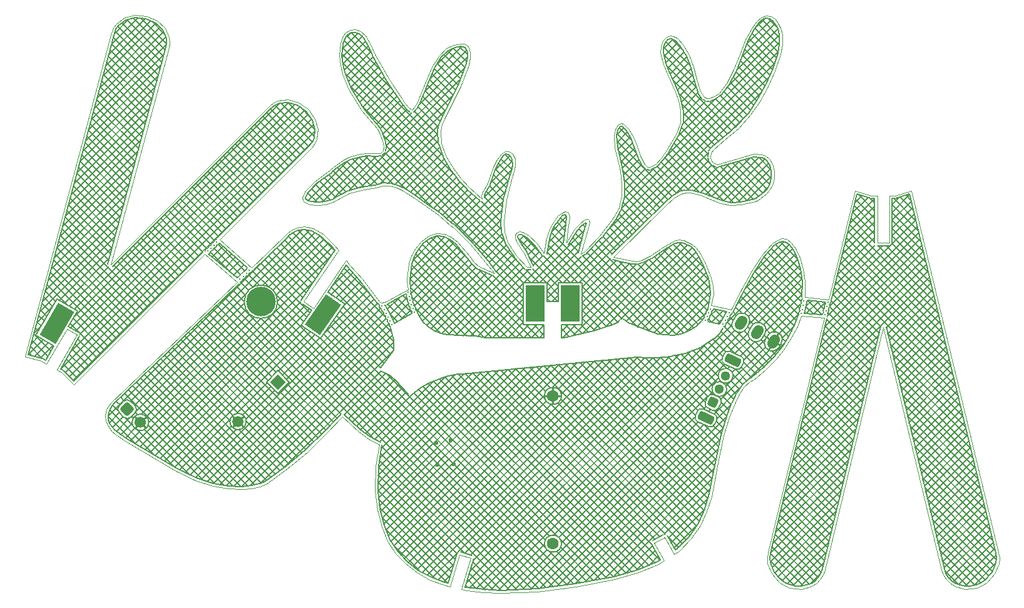
<source format=gbl>
G04*
G04 #@! TF.GenerationSoftware,Altium Limited,Altium Designer,25.1.2 (22)*
G04*
G04 Layer_Physical_Order=2*
G04 Layer_Color=3381759*
%FSLAX25Y25*%
%MOIN*%
G70*
G04*
G04 #@! TF.SameCoordinates,B79DADAE-6871-4A3D-A662-253F8C0C8E9A*
G04*
G04*
G04 #@! TF.FilePolarity,Positive*
G04*
G01*
G75*
%ADD10C,0.00394*%
%ADD11C,0.00787*%
%ADD14R,0.09843X0.19685*%
G04:AMPARAMS|DCode=17|XSize=98.43mil|YSize=196.85mil|CornerRadius=0mil|HoleSize=0mil|Usage=FLASHONLY|Rotation=150.000|XOffset=0mil|YOffset=0mil|HoleType=Round|Shape=Rectangle|*
%AMROTATEDRECTD17*
4,1,4,0.09183,0.06063,-0.00659,-0.10985,-0.09183,-0.06063,0.00659,0.10985,0.09183,0.06063,0.0*
%
%ADD17ROTATEDRECTD17*%

G04:AMPARAMS|DCode=18|XSize=98.43mil|YSize=196.85mil|CornerRadius=0mil|HoleSize=0mil|Usage=FLASHONLY|Rotation=145.000|XOffset=0mil|YOffset=0mil|HoleType=Round|Shape=Rectangle|*
%AMROTATEDRECTD18*
4,1,4,0.09677,0.05240,-0.01614,-0.10885,-0.09677,-0.05240,0.01614,0.10885,0.09677,0.05240,0.0*
%
%ADD18ROTATEDRECTD18*%

%ADD42C,0.01000*%
G04:AMPARAMS|DCode=44|XSize=51.18mil|YSize=51.18mil|CornerRadius=12.8mil|HoleSize=0mil|Usage=FLASHONLY|Rotation=65.000|XOffset=0mil|YOffset=0mil|HoleType=Round|Shape=RoundedRectangle|*
%AMROUNDEDRECTD44*
21,1,0.05118,0.02559,0,0,65.0*
21,1,0.02559,0.05118,0,0,65.0*
1,1,0.02559,0.01700,0.00619*
1,1,0.02559,0.00619,-0.01700*
1,1,0.02559,-0.01700,-0.00619*
1,1,0.02559,-0.00619,0.01700*
%
%ADD44ROUNDEDRECTD44*%
%ADD45C,0.05118*%
G04:AMPARAMS|DCode=46|XSize=86.61mil|YSize=47.24mil|CornerRadius=11.81mil|HoleSize=0mil|Usage=FLASHONLY|Rotation=155.000|XOffset=0mil|YOffset=0mil|HoleType=Round|Shape=RoundedRectangle|*
%AMROUNDEDRECTD46*
21,1,0.08661,0.02362,0,0,155.0*
21,1,0.06299,0.04724,0,0,155.0*
1,1,0.02362,-0.02355,0.02402*
1,1,0.02362,0.03354,-0.00261*
1,1,0.02362,0.02355,-0.02402*
1,1,0.02362,-0.03354,0.00261*
%
%ADD46ROUNDEDRECTD46*%
%ADD47C,0.05906*%
%ADD48P,0.08352X4X360.0*%
%ADD49C,0.06299*%
%ADD50C,0.01181*%
%ADD51C,0.15748*%
G04:AMPARAMS|DCode=52|XSize=78.74mil|YSize=55.12mil|CornerRadius=0mil|HoleSize=0mil|Usage=FLASHONLY|Rotation=60.000|XOffset=0mil|YOffset=0mil|HoleType=Round|Shape=Round|*
%AMOVALD52*
21,1,0.02362,0.05512,0.00000,0.00000,60.0*
1,1,0.05512,-0.00591,-0.01023*
1,1,0.05512,0.00591,0.01023*
%
%ADD52OVALD52*%

G04:AMPARAMS|DCode=53|XSize=60mil|YSize=60mil|CornerRadius=15mil|HoleSize=0mil|Usage=FLASHONLY|Rotation=135.000|XOffset=0mil|YOffset=0mil|HoleType=Round|Shape=RoundedRectangle|*
%AMROUNDEDRECTD53*
21,1,0.06000,0.03000,0,0,135.0*
21,1,0.03000,0.06000,0,0,135.0*
1,1,0.03000,0.00000,0.02121*
1,1,0.03000,0.02121,0.00000*
1,1,0.03000,0.00000,-0.02121*
1,1,0.03000,-0.02121,0.00000*
%
%ADD53ROUNDEDRECTD53*%
%ADD54C,0.06000*%
%ADD55C,0.02362*%
D10*
X28060Y140033D02*
X33514Y136883D01*
X340969Y25947D02*
X346425Y29096D01*
X237287Y19760D02*
X243311Y17919D01*
X154271Y154517D02*
X159492Y150993D01*
X346425Y29096D02*
X351654Y20038D01*
X340969Y25947D02*
X346356Y16617D01*
X238240Y1334D02*
X243311Y17919D01*
X232094Y2773D02*
X237287Y19760D01*
X466042Y185813D02*
Y211054D01*
X459742Y185813D02*
X459742Y211054D01*
X159492Y150993D02*
X176797Y176645D01*
X154271Y154517D02*
X172752Y181913D01*
X22714Y118177D02*
X33514Y136883D01*
X17258Y121322D02*
X28060Y140033D01*
X109397Y187648D02*
X158440Y236689D01*
X160090Y238791D01*
X51467Y100555D02*
X118882Y165087D01*
X101532Y179784D02*
X118882Y165087D01*
X31893Y110145D02*
X101532Y179784D01*
X109397Y187648D02*
X126622Y172496D01*
X143640Y188786D01*
X401470Y20882D02*
X431514Y145975D01*
X419051Y146821D02*
X431514Y145975D01*
X421082Y156839D02*
X433849Y155698D01*
X447777Y213688D01*
X371223Y152486D02*
X372376Y158528D01*
X371223Y152486D02*
X381725Y150247D01*
X387622Y161173D01*
X209318Y166140D02*
X209774Y161007D01*
X201181Y156299D02*
X209774Y161007D01*
X197638Y154331D02*
X201181Y156299D01*
X195669Y153937D02*
X197638Y154331D01*
X194453Y154734D02*
X195669Y153937D01*
X143640Y188786D02*
X145453Y190893D01*
X512530Y2096D02*
X515526Y3301D01*
X134186Y57225D02*
X145418Y65459D01*
X156050Y74434D01*
X130776Y56007D02*
X134186Y57225D01*
X49695Y88737D02*
X52354Y85266D01*
X48753Y91165D02*
X49695Y88737D01*
X48513Y93981D02*
X48753Y91165D01*
X126666Y55107D02*
X130776Y56007D01*
X48513Y93981D02*
X49307Y97129D01*
X51467Y100555D01*
X52354Y85266D02*
X53831Y84010D01*
X121088Y54567D02*
X126666Y55107D01*
X82449Y289978D02*
X82450D01*
X136171Y258961D02*
Y258962D01*
Y258961D02*
X138274Y260610D01*
X140671Y261708D02*
X146016Y262280D01*
X138274Y260610D02*
X140671Y261708D01*
X51433Y174226D02*
X136171Y258962D01*
X51433Y174226D02*
X82450Y289978D01*
X82578Y295248D02*
X82826Y292623D01*
X70643Y306768D02*
X76295Y304184D01*
X80401Y300163D01*
X82578Y295248D01*
X82449Y289978D02*
X82826Y292623D01*
X53019Y300608D02*
X54545Y302758D01*
X64455Y307355D02*
X70643Y306768D01*
X22714Y118177D02*
X25442Y116600D01*
X54545Y302758D02*
X58889Y305926D01*
X64455Y307355D01*
X52024Y298128D02*
X53019Y300608D01*
X52015Y298080D02*
X52024Y298128D01*
X53831Y84010D02*
X59050Y80366D01*
X86129Y64316D01*
X96563Y59262D01*
X105935Y56229D01*
X114144Y54803D01*
X121088Y54567D01*
X14531Y122900D02*
X17258Y121323D01*
X25442Y116600D02*
X31893Y110145D01*
X5708Y125263D02*
X14531Y122900D01*
X5708Y125263D02*
X52015Y298080D01*
X515526Y3301D02*
X518183Y4982D01*
X522288Y9468D01*
X145453Y190893D02*
X147672Y192641D01*
X368928Y42820D02*
X371390Y50719D01*
X374669Y67051D02*
X378005Y83273D01*
X371390Y50719D02*
X374669Y67051D01*
X365465Y35265D02*
X368928Y42820D01*
X421082Y156839D02*
X421227Y165413D01*
X411547Y187792D02*
X413995Y186047D01*
X416347Y182824D01*
X418591Y177977D01*
X420312Y172093D01*
X459742Y185813D02*
X466042D01*
X420312Y172093D02*
X421227Y165413D01*
X456592Y211054D02*
X459742D01*
X372117Y163025D02*
X372376Y158528D01*
X371189Y167252D02*
X372117Y163025D01*
X368202Y174886D02*
X371189Y167252D01*
X365081Y180688D02*
X368202Y174886D01*
X331766Y176102D02*
X334176Y176652D01*
X338847Y178928D01*
X353929Y187571D02*
X356419Y187305D01*
X361248Y185079D02*
X363321Y183225D01*
X356419Y187305D02*
X361248Y185079D01*
X345055Y183330D02*
X351449Y186935D01*
X338847Y178928D02*
X345055Y183330D01*
X363321Y183225D02*
X365081Y180688D01*
X351449Y186935D02*
X353929Y187571D01*
X360666Y28176D02*
X365465Y35265D01*
X343237Y14603D02*
X346356Y16617D01*
X354192Y21678D02*
X360666Y28176D01*
X351654Y20038D02*
X354192Y21678D01*
X431878Y11732D02*
X431880D01*
X430882Y8966D02*
X431878Y11732D01*
X429355Y6568D02*
X430882Y8966D01*
X401078Y17880D02*
X401325Y14952D01*
X403502Y9468D01*
X401078Y17880D02*
X401456Y20831D01*
X401470Y20882D01*
X332682Y10180D02*
X343237Y14603D01*
X417071Y141410D02*
X419051Y146821D01*
X414312Y135807D02*
X417071Y141410D01*
X410669Y130067D02*
X414312Y135807D01*
X406040Y124246D02*
X410669Y130067D01*
X398391Y179481D02*
X403780Y185627D01*
X409020Y188206D02*
X411547Y187792D01*
X400323Y118401D02*
X406040Y124246D01*
X403780Y185627D02*
X406426Y187436D01*
X431880Y11732D02*
X462895Y140874D01*
X447777Y213688D02*
X456592Y211054D01*
X406426Y187436D02*
X409020Y188206D01*
X383741Y100219D02*
X386348Y105429D01*
X393413Y112588D02*
X400323Y118401D01*
X387622Y161173D02*
X392967Y170939D01*
X392115Y112129D02*
X393413Y112588D01*
X392967Y170939D02*
X398391Y179481D01*
X386348Y105429D02*
X388668Y108922D01*
X392115Y112129D01*
X378005Y83273D02*
X380932Y92948D01*
X383741Y100219D01*
X466042Y211054D02*
X469191D01*
X478013Y213688D01*
X524320Y20882D01*
X462895Y140874D02*
X493910Y11732D01*
X522288Y9468D02*
X524465Y14952D01*
X493912Y11732D02*
X494908Y8966D01*
X524334Y20831D02*
X524712Y17880D01*
X524320Y20882D02*
X524334Y20831D01*
X493910Y11732D02*
X493912D01*
X494908Y8966D02*
X496434Y6568D01*
X524465Y14952D02*
X524712Y17880D01*
X168144Y224604D02*
X170106Y226438D01*
X160075Y218589D02*
X168144Y224604D01*
X175098Y229874D02*
X178623Y231564D01*
X182777Y232901D01*
X178566Y212201D02*
X185015Y214018D01*
X172983Y209143D02*
X178566Y212201D01*
X170106Y226438D02*
X175098Y229874D01*
X227051Y245624D02*
X227738Y248880D01*
X229123Y252049D01*
X227051Y245624D02*
X227476Y238986D01*
X229805Y232396D01*
X233443Y226118D02*
X237795Y220416D01*
X229123Y252049D02*
X237953Y269214D01*
X229805Y232396D02*
X233443Y226118D01*
X324576Y249175D02*
X327337Y246662D01*
X323034Y249491D02*
X324576Y249175D01*
X322749Y224232D02*
X323608Y217752D01*
X319880Y236751D02*
X322749Y224232D01*
X321519Y248776D02*
X323034Y249491D01*
X320123Y246379D02*
X321519Y248776D01*
X323606Y211085D02*
X323608Y217752D01*
X319433Y243298D02*
X319880Y236751D01*
X319433Y243298D02*
X320123Y246379D01*
X213206Y258142D02*
X214359Y260140D01*
X199884Y272779D02*
X208330Y260269D01*
X209960Y258198D01*
X211782Y256725D01*
X213206Y258142D01*
X214359Y260140D02*
X219813Y273317D01*
X347612Y235253D02*
X352920Y244328D01*
X338622Y226152D02*
X341486Y227718D01*
X329787Y242312D02*
X331743Y237339D01*
X341486Y227718D02*
X344695Y231179D01*
X327337Y246662D02*
X329787Y242312D01*
X331743Y237339D02*
X333632Y232276D01*
X335880Y227656D01*
X337163Y226358D01*
X338622Y226152D01*
X344695Y231179D02*
X347612Y235253D01*
X352920Y244328D02*
X354860Y250084D01*
X178924Y299326D02*
X181764Y299616D01*
X184565Y298591D01*
X187084Y296418D01*
X174911Y276090D02*
X178301Y267707D01*
X173746Y280711D02*
X174911Y276090D01*
X173141Y285621D02*
X173746Y280711D01*
X189795Y291701D02*
X192146Y286440D01*
X199884Y272779D01*
X193429Y246550D02*
X193857Y245960D01*
X185334Y256144D02*
X193429Y246550D01*
X178301Y267707D02*
X185334Y256144D01*
X173695Y292340D02*
X174724Y295284D01*
X176286Y297558D01*
X173141Y285621D02*
X173695Y292340D01*
X187084Y296418D02*
X189795Y291701D01*
X176286Y297558D02*
X178924Y299326D01*
X194869Y243879D02*
X196469Y239372D01*
X203703Y215268D02*
X207246Y213610D01*
X213756Y209319D01*
X192561Y215115D02*
X196307Y216285D01*
X193857Y245960D02*
X194869Y243879D01*
X182777Y232901D02*
X187517Y233632D01*
X192800Y233507D01*
X195250Y233766D01*
X196498Y235047D01*
X196815Y237024D01*
X196469Y239372D02*
X196815Y237024D01*
X196307Y216285D02*
X200038Y216248D01*
X185015Y214018D02*
X192561Y215115D01*
X200038Y216248D02*
X203703Y215268D01*
X160216Y252067D02*
X161761Y246532D01*
X155141Y213637D02*
X160075Y218589D01*
X161189Y241187D02*
X161761Y246532D01*
X160090Y238791D02*
X161189Y241187D01*
X153547Y210029D02*
X155141Y213637D01*
X156612Y257132D02*
X160216Y252067D01*
X371211Y233977D02*
X372358Y235657D01*
X370853Y231640D02*
X371282Y229871D01*
X372157Y228685D01*
X357797Y212563D02*
X360380Y212488D01*
X355227Y212028D02*
X357797Y212563D01*
X351186Y209645D02*
X355227Y212028D01*
X372157Y228685D02*
X374434Y227732D01*
X370853Y231640D02*
X371211Y233977D01*
X360380Y212488D02*
X365497Y211174D01*
X242906Y287758D02*
X242928Y284776D01*
X237953Y269214D02*
X242197Y280777D01*
X242928Y284776D01*
X242262Y289850D02*
X242906Y287758D01*
X239638Y291874D02*
X241129Y291179D01*
X230188Y289694D02*
X234325Y291428D01*
X237919Y292062D01*
X239638Y291874D01*
X222636Y279771D02*
X226061Y285429D01*
X241129Y291179D02*
X242262Y289850D01*
X219813Y273317D02*
X222636Y279771D01*
X226061Y285429D02*
X230188Y289694D01*
X359393Y286101D02*
X361873Y279650D01*
X349498Y296160D02*
X351330Y295835D01*
X353054Y294839D01*
X361873Y279650D02*
X363641Y273043D01*
X345888Y280828D02*
X348263Y275153D01*
X345599Y293480D02*
X347395Y295466D01*
X344261Y287103D02*
X345888Y280828D01*
X344443Y290570D02*
X345599Y293480D01*
X344261Y287103D02*
X344443Y290570D01*
X356144Y291589D02*
X359393Y286101D01*
X347395Y295466D02*
X349498Y296160D01*
X353054Y294839D02*
X356144Y291589D01*
X367585Y263557D02*
X368872Y262833D01*
X365599Y266589D02*
X367585Y263557D01*
X370260Y262839D02*
X372889Y263888D01*
X354860Y250084D02*
X354884Y256611D01*
X353727Y261659D02*
X354884Y256611D01*
X352089Y266330D02*
X353727Y261659D01*
X348263Y275153D02*
X352089Y266330D01*
X368872Y262833D02*
X370260Y262839D01*
X363641Y273043D02*
X365599Y266589D01*
X264940Y219472D02*
X266609Y224815D01*
X255084Y226325D02*
X257076Y230212D01*
X259497Y233414D01*
X261444Y234623D01*
X263548Y234609D01*
X265426Y233302D01*
X266697Y230631D01*
X266987Y227677D01*
X242266Y215553D02*
X249187Y209397D01*
X248761Y210825D02*
X249187Y209397D01*
X248761Y210825D02*
X249638Y212878D01*
X252059Y217449D01*
X262103Y208757D02*
X264940Y219472D01*
X252059Y217449D02*
X255084Y226325D01*
X237795Y220416D02*
X242266Y215553D01*
X266609Y224815D02*
X266987Y227677D01*
X506342Y1441D02*
X509395Y1468D01*
X498415Y4578D02*
X500777Y3035D01*
X496434Y6568D02*
X498415Y4578D01*
X425012Y3035D02*
X427374Y4578D01*
X509395Y1468D02*
X512530Y2096D01*
X500777Y3035D02*
X506342Y1441D01*
X413260Y2096D02*
X416394Y1468D01*
X419448Y1441D02*
X425012Y3035D01*
X427374Y4578D02*
X429355Y6568D01*
X407607Y4982D02*
X410264Y3301D01*
X403502Y9468D02*
X407607Y4982D01*
X410264Y3301D02*
X413260Y2096D01*
X147672Y192641D02*
X150722Y194066D01*
X154571Y194577D01*
X159187Y193584D01*
X164538Y190498D01*
X170591Y184727D01*
X153547Y210029D02*
X153772Y208687D01*
X154557Y207631D01*
X169962Y207483D02*
X172983Y209143D01*
X165875Y206369D02*
X169962Y207483D01*
X161455Y205933D02*
X165875Y206369D01*
X157438Y206310D02*
X161455Y205933D01*
X151548Y260735D02*
X156612Y257132D01*
X154557Y207631D02*
X157438Y206310D01*
X146016Y262280D02*
X151548Y260735D01*
X319752Y6605D02*
X332682Y10180D01*
X299115Y2626D02*
X319752Y6605D01*
X259208Y-809D02*
X278740Y0D01*
X299115Y2626D01*
X228804Y3544D02*
X232094Y2773D01*
X241097Y663D02*
X249939Y-387D01*
X238240Y1334D02*
X241097Y663D01*
X174982Y93117D02*
X183474Y85168D01*
X188722Y81395D01*
X165948Y83778D02*
X174982Y93117D01*
X192351Y53582D02*
X192553Y67011D01*
X194369Y78414D01*
X188722Y81395D02*
X194369Y78414D01*
X156050Y74434D02*
X165948Y83778D01*
X221319Y6437D02*
X228804Y3544D01*
X176797Y176645D02*
X178684Y174188D01*
X170591Y184727D02*
X172752Y181913D01*
X249939Y-387D02*
X259208Y-809D01*
X203290Y20399D02*
X208487Y14804D01*
X193459Y43546D02*
X195701Y34710D01*
X199003Y27014D01*
X203290Y20399D01*
X208487Y14804D02*
X214522Y10170D01*
X221319Y6437D01*
X192351Y53582D02*
X193459Y43546D01*
X397846Y306089D02*
X400422Y307094D01*
X403095Y306640D01*
X393409Y301250D02*
X395473Y304012D01*
X397846Y306089D01*
X403095Y306640D02*
X405091Y305206D01*
X406875Y303104D01*
X389628Y294120D02*
X393409Y301250D01*
X386477Y286211D02*
X389628Y294120D01*
X406875Y303104D02*
X408268Y300385D01*
X416394Y1468D02*
X419448Y1441D01*
X409091Y297103D02*
X409188Y291670D01*
X408262Y286403D02*
X409188Y291670D01*
X408268Y300385D02*
X409091Y297103D01*
X306308Y197871D02*
X306468Y196564D01*
X304004Y198156D02*
X305661Y198475D01*
X306308Y197871D01*
X301834Y180089D02*
X303929Y181345D01*
X304103Y188362D02*
X306468Y196564D01*
X311907Y189575D02*
X319287Y199121D01*
X303929Y181345D02*
X311907Y189575D01*
X301834Y180089D02*
X304103Y188362D01*
X210344Y175041D02*
X211665Y179049D01*
X273031Y173025D02*
X275287Y173093D01*
X267634Y179032D02*
X273031Y173025D01*
X271871Y179994D02*
X275287Y173093D01*
X211665Y179049D02*
X213480Y182525D01*
X216875Y186710D01*
X236245Y186275D02*
X242377Y179017D01*
X232845Y188971D02*
X236245Y186275D01*
X242377Y179017D02*
X244791Y175707D01*
X251320Y175293D02*
X255737Y169525D01*
X244791Y175707D02*
X247518Y173207D01*
X255737Y169525D01*
X242813Y185204D02*
X251320Y175293D01*
X220759Y189610D02*
X224932Y190997D01*
X216875Y186710D02*
X220759Y189610D01*
X233923Y194185D02*
X242813Y185204D01*
X232429Y195103D02*
X233923Y194185D01*
X224932Y190997D02*
X229195Y190647D01*
X232845Y188971D01*
X209318Y166140D02*
X210344Y175041D01*
X185361Y166718D02*
X194453Y154734D01*
X178684Y174188D02*
X185361Y166718D01*
X270732Y191718D02*
X273944Y189931D01*
X278366Y185692D01*
X282284Y180332D01*
X260743Y197331D02*
X261170Y191485D01*
X267905Y186089D02*
X271871Y179994D01*
X282284Y180332D02*
X283613Y188401D01*
X260743Y197331D02*
X262103Y208757D01*
X266773Y190045D02*
X266789Y188626D01*
X266773Y190045D02*
X267425Y191195D01*
X269056Y191884D01*
X270732Y191718D01*
X266789Y188626D02*
X267905Y186089D01*
X261170Y191485D02*
X262894Y186317D01*
X267634Y179032D01*
X219140Y205488D02*
X226047Y200598D01*
X232429Y195103D01*
X295102Y201946D02*
X295734Y199607D01*
X293572Y202618D02*
X295102Y201946D01*
X291467Y201774D02*
X293572Y202618D01*
X286334Y195438D02*
X289574Y200115D01*
X291467Y201774D01*
X213756Y209319D02*
X219140Y205488D01*
X301138Y195993D02*
X304004Y198156D01*
X383352Y278267D02*
X386477Y286211D01*
X387090Y206256D02*
X394913Y207906D01*
X374434Y227732D02*
X393791Y233171D01*
X379651Y271032D02*
X383352Y278267D01*
X378563Y240799D02*
X385704Y246793D01*
X375364Y265680D02*
X379651Y271032D01*
X381603Y205908D02*
X387090Y206256D01*
X385704Y246793D02*
X392324Y254161D01*
X319272Y178422D02*
X324288Y177160D01*
X329324Y176158D01*
X319272Y178422D02*
X347435Y206185D01*
X322117Y204504D02*
X323606Y211085D01*
X319287Y199121D02*
X322117Y204504D01*
X329324Y176158D02*
X331766Y176102D01*
X347435Y206185D02*
X351186Y209645D01*
X294047Y185878D02*
X294855Y192757D01*
X284761Y192129D02*
X286334Y195438D01*
X283613Y188401D02*
X284761Y192129D01*
X294047Y185878D02*
X298501Y193148D01*
X294855Y192757D02*
X295734Y199607D01*
X298501Y193148D02*
X301138Y195993D01*
X376183Y207063D02*
X381603Y205908D01*
X365497Y211174D02*
X376183Y207063D01*
X372358Y235657D02*
X378563Y240799D01*
X372889Y263888D02*
X375364Y265680D01*
X397085Y261375D02*
X401380Y269343D01*
X400458Y211812D02*
X402352Y213880D01*
X396328Y208496D02*
X400458Y211812D01*
X404793Y224258D02*
X404843Y220301D01*
X393791Y233171D02*
X398084Y232919D01*
X400170Y232188D01*
X402114Y230729D01*
X403851Y227930D01*
X404793Y224258D01*
X403899Y216643D02*
X404843Y220301D01*
X402352Y213880D02*
X403899Y216643D01*
X392324Y254161D02*
X397085Y261375D01*
X401380Y269343D02*
X405194Y277488D01*
X394913Y207906D02*
X396328Y208496D01*
X405194Y277488D02*
X408262Y286403D01*
D11*
X422127Y154210D02*
G03*
X422245Y154807I-1457J597D01*
G01*
X434247Y152917D02*
G03*
X435091Y154312I-731J1395D01*
G01*
X431942Y154356D02*
G03*
X432232Y153401I1574J-44D01*
G01*
X421786Y152529D02*
G03*
X422146Y153890I-2396J1361D01*
G01*
X433666Y150597D02*
G03*
X434537Y152006I-703J1409D01*
G01*
D02*
G03*
X434247Y152917I-1575J0D01*
G01*
X433974Y149661D02*
G03*
X433666Y150597I-1575J0D01*
G01*
X432232Y153401D02*
G03*
X431696Y151070I731J-1395D01*
G01*
Y151070D02*
G03*
X431065Y148825I703J-1409D01*
G01*
X421786Y152529D02*
G03*
X422146Y153890I-2396J1361D01*
G01*
X421652Y151910D02*
G03*
X421786Y152529I-1440J636D01*
G01*
X421340Y150369D02*
G03*
X421663Y151664I-2433J1295D01*
G01*
X421340Y150369D02*
G03*
X421663Y151664I-2433J1295D01*
G01*
X371403Y149263D02*
G03*
X372465Y150680I-511J1489D01*
G01*
X421189Y149672D02*
G03*
X421340Y150344I-1424J672D01*
G01*
X371523Y148659D02*
G03*
X371403Y149263I-1575J0D01*
G01*
X433209Y148310D02*
G03*
X433974Y149661I-809J1351D01*
G01*
X433449Y147474D02*
G03*
X433209Y148310I-1575J0D01*
G01*
X431065Y148825D02*
G03*
X430302Y147568I809J-1351D01*
G01*
X432958Y146332D02*
G03*
X433449Y147474I-1084J1142D01*
G01*
X420903Y148260D02*
G03*
X421195Y149494I-2464J1234D01*
G01*
X420903Y148260D02*
G03*
X421195Y149494I-2464J1234D01*
G01*
X379328Y149027D02*
G03*
X378640Y147751I1995J-1901D01*
G01*
X378640Y147751D02*
G03*
X378312Y147186I1169J-1055D01*
G01*
X369851Y151934D02*
G03*
X369437Y150148I1041J-1182D01*
G01*
X370506Y147186D02*
G03*
X371523Y148659I-557J1473D01*
G01*
X369437Y150148D02*
G03*
X368476Y148100I511J-1489D01*
G01*
Y148100D02*
G03*
X367597Y145983I557J-1473D01*
G01*
X378312Y147186D02*
G03*
X377472Y145629I1877J-2018D01*
G01*
X377472D02*
G03*
X377192Y145092I1231J-982D01*
G01*
X369502Y145124D02*
G03*
X370608Y146627I-469J1503D01*
G01*
X367597Y145983D02*
G03*
X366492Y144531I469J-1503D01*
G01*
X377192Y145092D02*
G03*
X376426Y143671I1935J-1962D01*
G01*
X376171Y143254D02*
G03*
X375665Y142725I1720J-2153D01*
G01*
X369640Y144479D02*
G03*
X369502Y145124I-1575J0D01*
G01*
X212512Y155211D02*
G03*
X211768Y156549I-1575J0D01*
G01*
X212292Y154408D02*
G03*
X212512Y155211I-1355J802D01*
G01*
X213805Y150318D02*
G03*
X213933Y150941I-1446J623D01*
G01*
D02*
G03*
X212942Y152404I-1575J0D01*
G01*
X214778Y148863D02*
G03*
X213805Y150318I-1575J0D01*
G01*
X213078Y153045D02*
G03*
X212292Y154408I-1575J0D01*
G01*
X212942Y152404D02*
G03*
X213078Y153045I-1438J641D01*
G01*
X211237Y158718D02*
G03*
X211478Y159555I-1334J837D01*
G01*
D02*
G03*
X211173Y160486I-1575J0D01*
G01*
X211998Y157369D02*
G03*
X211237Y158718I-1575J0D01*
G01*
X211768Y156549D02*
G03*
X211998Y157369I-1344J820D01*
G01*
X211757Y149486D02*
G03*
X211733Y148298I1446J-623D01*
G01*
X210920Y151582D02*
G03*
X211757Y149486I1438J-641D01*
G01*
X107912Y187758D02*
G03*
X106356Y186197I20J-1575D01*
G01*
X107945Y184608D02*
G03*
X109407Y185633I-14J1575D01*
G01*
X106356Y186197D02*
G03*
X104796Y184607I14J-1575D01*
G01*
X106356Y183047D02*
G03*
X107945Y184608I15J1575D01*
G01*
X104785Y181458D02*
G03*
X106356Y183033I-4J1575D01*
G01*
X104796Y184607D02*
G03*
X103206Y183037I-15J-1575D01*
G01*
X103663Y179954D02*
G03*
X104785Y181458I-452J1508D01*
G01*
X103206Y183037D02*
G03*
X101647Y181267I4J-1575D01*
G01*
X124042Y172160D02*
G03*
X122874Y171041I1238J-2462D01*
G01*
X209090Y158207D02*
G03*
X209593Y156031I1334J-837D01*
G01*
X208612Y158653D02*
G03*
X209090Y158207I1290J903D01*
G01*
X210149Y153848D02*
G03*
X210920Y151583I1355J-802D01*
G01*
X209593Y156031D02*
G03*
X210149Y153848I1344J-820D01*
G01*
X199828Y148821D02*
G03*
X199408Y149550I-1525J-394D01*
G01*
D02*
G03*
X198669Y150760I-2642J-783D01*
G01*
X124042Y172160D02*
G03*
X122874Y171041I1238J-2462D01*
G01*
X122874Y171041D02*
G03*
X122428Y170625I831J-1338D01*
G01*
Y170625D02*
G03*
X121165Y169416I1176J-2493D01*
G01*
X120751Y169020D02*
G03*
X119489Y167812I1176J-2492D01*
G01*
X119489D02*
G03*
X119016Y167327I864J-1316D01*
G01*
X198669Y150760D02*
G03*
X198317Y151365I-1503J-470D01*
G01*
X199408Y149550D02*
G03*
X198669Y150760I-2642J-783D01*
G01*
X198317Y151365D02*
G03*
X197468Y152760I-2673J-671D01*
G01*
X198317Y151365D02*
G03*
X197468Y152760I-2673J-671D01*
G01*
X202494Y143272D02*
G03*
X201774Y144813I-2735J-339D01*
G01*
X202494Y143272D02*
G03*
X201774Y144813I-2735J-339D01*
G01*
X201774Y144813D02*
G03*
X201474Y145417I-1528J-383D01*
G01*
X200862Y146726D02*
G03*
X200540Y147411I-1544J-308D01*
G01*
X200540Y147411D02*
G03*
X199828Y148821I-2713J-485D01*
G01*
X201474Y145417D02*
G03*
X200862Y146726I-2715J-471D01*
G01*
X200540Y147411D02*
G03*
X199828Y148821I-2713J-485D01*
G01*
X201474Y145417D02*
G03*
X200862Y146726I-2715J-471D01*
G01*
X419791Y156114D02*
G03*
X419390Y153890I879J-1307D01*
G01*
D02*
G03*
X418907Y151664I822J-1343D01*
G01*
Y151664D02*
G03*
X418439Y149494I858J-1321D01*
G01*
Y149494D02*
G03*
X417842Y147678I891J-1299D01*
G01*
X409100Y134394D02*
G03*
X401357Y136469I-4150J0D01*
G01*
X408544Y132320D02*
G03*
X409100Y134394I-3594J2075D01*
G01*
X399870Y137327D02*
G03*
X400424Y139394I-3580J2067D01*
G01*
X400176Y134423D02*
G03*
X407363Y130274I3594J-2075D01*
G01*
X400424Y139394D02*
G03*
X392710Y141461I-4134J0D01*
G01*
X391529Y139416D02*
G03*
X398689Y135282I3580J-2067D01*
G01*
X391764Y144394D02*
G03*
X384050Y146461I-4134J0D01*
G01*
X381324Y147126D02*
G03*
X382427Y148628I-472J1502D01*
G01*
X391210Y142327D02*
G03*
X391764Y144394I-3580J2067D01*
G01*
X382869Y144416D02*
G03*
X390029Y140282I3580J-2067D01*
G01*
X380189Y145168D02*
G03*
X381384Y146696I-380J1528D01*
G01*
X379128Y143130D02*
G03*
X380278Y144647I-425J1516D01*
G01*
X377891Y141101D02*
G03*
X379202Y142653I-264J1553D01*
G01*
X381491Y128010D02*
G03*
X378090Y126772I-1082J-2319D01*
G01*
X388438Y121947D02*
G03*
X388678Y123028I-2319J1082D01*
G01*
D02*
G03*
X387200Y125348I-2559J0D01*
G01*
X384039Y118568D02*
G03*
X387439Y119806I1082J2319D01*
G01*
X382506Y113418D02*
G03*
X382875Y115082I-3568J1664D01*
G01*
X377274Y111514D02*
G03*
X382506Y113418I1664J3568D01*
G01*
X379178Y106282D02*
G03*
X379547Y107946I-3568J1664D01*
G01*
D02*
G03*
X377274Y111514I-3937J0D01*
G01*
X377092Y124631D02*
G03*
X378330Y121230I2319J-1082D01*
G01*
X382875Y115082D02*
G03*
X375370Y116746I-3937J0D01*
G01*
D02*
G03*
X377274Y111514I3568J-1664D01*
G01*
Y111514D02*
G03*
X372042Y109610I-1664J-3568D01*
G01*
X373949Y104377D02*
G03*
X379178Y106282I1661J3569D01*
G01*
X372042Y109610D02*
G03*
X373944Y104379I3568J-1664D01*
G01*
X372787Y104919D02*
G03*
X369255Y103633I-1123J-2409D01*
G01*
X376640Y101429D02*
G03*
X375106Y103837I-2657J0D01*
G01*
X376391Y100305D02*
G03*
X376640Y101429I-2409J1123D01*
G01*
X371778Y96701D02*
G03*
X375310Y97986I1123J2409D01*
G01*
X374368Y92342D02*
G03*
X372891Y94662I-2559J0D01*
G01*
X374129Y91261D02*
G03*
X374368Y92342I-2319J1082D01*
G01*
X369729Y87882D02*
G03*
X373130Y89120I1082J2319D01*
G01*
X368174Y101314D02*
G03*
X369459Y97782I2409J-1123D01*
G01*
X367182Y97324D02*
G03*
X363781Y96086I-1082J-2319D01*
G01*
X291551Y104331D02*
G03*
X291551Y104331I-4543J0D01*
G01*
X362783Y93945D02*
G03*
X364020Y90544I2319J-1082D01*
G01*
X291535Y25591D02*
G03*
X291535Y25591I-4528J0D01*
G01*
X199759Y142933D02*
G03*
X200486Y140953I1461J-587D01*
G01*
X198758Y144946D02*
G03*
X199759Y142933I1488J-516D01*
G01*
X194542Y152874D02*
G03*
X195644Y150694I1438J-642D01*
G01*
D02*
G03*
X196766Y148767I1522J-404D01*
G01*
X197827Y146926D02*
G03*
X198758Y144946I1491J-508D01*
G01*
X196766Y148767D02*
G03*
X197827Y146926I1538J-340D01*
G01*
X125280Y169697D02*
G03*
X126900Y171041I62J1574D01*
G01*
X123603Y168132D02*
G03*
X125280Y169697I102J1571D01*
G01*
X121927Y166528D02*
G03*
X123604Y168099I102J1571D01*
G01*
X140331Y154493D02*
G03*
X140331Y154493I-8858J0D01*
G01*
X120359Y164920D02*
G03*
X121928Y166495I-6J1575D01*
G01*
X123689Y90603D02*
G03*
X122416Y93676I-4346J0D01*
G01*
X64400Y95201D02*
G03*
X65243Y97236I-2035J2035D01*
G01*
D02*
G03*
X64400Y99271I-2878J0D01*
G01*
X71709Y90165D02*
G03*
X70422Y93272I-4394J0D01*
G01*
X122416Y93676D02*
G03*
X116269Y87529I-3073J-3073D01*
G01*
X70422Y93272D02*
G03*
X64208Y87058I-3107J-3107D01*
G01*
X62279Y101393D02*
G03*
X58209Y101393I-2035J-2035D01*
G01*
X56088Y99271D02*
G03*
X56088Y95201I2035J-2035D01*
G01*
X58209Y93080D02*
G03*
X62279Y93080I2035J2035D01*
G01*
X116269Y87529D02*
G03*
X123689Y90603I3073J3073D01*
G01*
X64208Y87058D02*
G03*
X71709Y90165I3107J3107D01*
G01*
X401902Y305314D02*
X406305Y300912D01*
X404061Y304090D02*
X405613Y302261D01*
X398437Y304604D02*
X407614Y295427D01*
X396285Y302580D02*
X407589Y291276D01*
X387581Y284901D02*
X405305Y302625D01*
X407587Y296903D02*
X407679Y291789D01*
X406848Y299852D02*
X407587Y296903D01*
X406798Y286781D02*
X407679Y291789D01*
X405613Y302261D02*
X406848Y299852D01*
X394534Y300155D02*
X406964Y287725D01*
X400581Y305539D02*
X402499Y305213D01*
X398640Y304781D02*
X400581Y305539D01*
X402499Y305213D02*
X404061Y304090D01*
X396585Y302983D02*
X398640Y304781D01*
X394592Y300264D02*
X399409Y305082D01*
X394686Y300441D02*
X396585Y302983D01*
X390998Y293486D02*
X394686Y300441D01*
X390341Y291837D02*
X403207Y304704D01*
X387878Y285656D02*
X390998Y293486D01*
X393087Y297426D02*
X406013Y284500D01*
X391640Y294697D02*
X404944Y281394D01*
X390336Y291826D02*
X403875Y278287D01*
X384873Y278017D02*
X406800Y299945D01*
X389146Y288840D02*
X402563Y275423D01*
X403795Y278055D02*
X406798Y286781D01*
X400033Y270021D02*
X403795Y278055D01*
X396365Y231511D02*
X403106Y224770D01*
X387956Y285854D02*
X401231Y272579D01*
X392467Y231234D02*
X403309Y220391D01*
X395790Y262150D02*
X400033Y270021D01*
X386777Y282858D02*
X399886Y269748D01*
X391128Y255085D02*
X395790Y262150D01*
X384754Y277716D02*
X387878Y285656D01*
X385598Y279861D02*
X398424Y267035D01*
X397785Y231427D02*
X399452Y230843D01*
X400983Y229694D01*
X384654Y247879D02*
X391128Y255085D01*
X393955Y231652D02*
X397785Y231427D01*
X384358Y276925D02*
X396961Y264321D01*
X382944Y274162D02*
X395459Y261648D01*
X381531Y271400D02*
X393799Y259132D01*
X380992Y270346D02*
X384693Y277581D01*
X379643Y268612D02*
X407593Y296562D01*
X379866Y268890D02*
X392139Y256616D01*
X378008Y266571D02*
X390355Y254224D01*
X380363Y244277D02*
X390753Y254667D01*
X376071Y264332D02*
X388379Y252025D01*
X373627Y262601D02*
X386403Y249825D01*
X376540Y264738D02*
X380827Y270090D01*
X373773Y262668D02*
X376248Y264460D01*
X353952Y265573D02*
X377582Y241942D01*
X347862Y280014D02*
X382122Y245754D01*
X350946Y272755D02*
X379852Y243848D01*
X370819Y261439D02*
X373448Y262489D01*
X377598Y241956D02*
X384654Y247879D01*
X370645Y261407D02*
X384392Y247659D01*
X353689Y242658D02*
X373636Y262604D01*
X346956Y231750D02*
X407667Y292460D01*
X323596Y204213D02*
X406934Y287551D01*
X316121Y192563D02*
X404940Y281381D01*
X292498Y164764D02*
X402039Y274305D01*
X296674Y164764D02*
X397814Y265904D01*
X374842Y226281D02*
X393955Y231652D01*
X374603Y209286D02*
X396802Y231485D01*
X371587Y210446D02*
X392339Y231198D01*
X354462Y244183D02*
X390195Y208451D01*
X371396Y236817D02*
X377598Y241956D01*
X356384Y254788D02*
X373015Y238158D01*
X356369Y250628D02*
X370860Y236136D01*
X355744Y259605D02*
X375298Y240050D01*
X352996Y241473D02*
X386727Y207743D01*
X369966Y234827D02*
X371113Y236507D01*
X351455Y238839D02*
X382800Y207494D01*
X348307Y233635D02*
X371440Y210502D01*
X349914Y236204D02*
X377874Y208243D01*
X475094Y211244D02*
X477669Y208669D01*
X469622Y209610D02*
X476919Y211789D01*
X471878Y210284D02*
X478989Y203173D01*
X467549Y206188D02*
X471546Y210185D01*
X467549Y202012D02*
X476998Y211461D01*
X468439Y209547D02*
X480308Y197677D01*
X467549Y193661D02*
X478615Y204727D01*
X467549Y206261D02*
X481628Y192182D01*
X467549Y209547D02*
X469191D01*
X467549Y197836D02*
X477807Y208094D01*
X455715Y209744D02*
X458235Y207223D01*
X448871Y211788D02*
X456161Y209610D01*
X449760Y211522D02*
X458235Y203047D01*
X447796Y207314D02*
X451488Y211006D01*
X446476Y201818D02*
X454703Y210046D01*
X456592Y209547D02*
X458235Y209547D01*
X448183Y208924D02*
X458235Y198871D01*
X445156Y196323D02*
X458235Y209402D01*
X447374Y205557D02*
X458235Y194696D01*
X467549Y202085D02*
X482948Y186686D01*
X467549Y189485D02*
X479424Y201360D01*
X467549Y197909D02*
X484268Y181190D01*
X467549Y185813D02*
Y209547D01*
X467348Y185108D02*
X480233Y197993D01*
X467549Y189558D02*
X486908Y170199D01*
X467549Y193734D02*
X485588Y175694D01*
X467477Y185454D02*
X488228Y164703D01*
X464448Y184307D02*
X489548Y159207D01*
X460273Y184307D02*
X490868Y153711D01*
X446565Y202190D02*
X458235Y190520D01*
X445756Y198823D02*
X458235Y186344D01*
Y185813D02*
X458235Y209547D01*
X443836Y190827D02*
X458235Y205226D01*
X442516Y185331D02*
X458235Y201050D01*
X466747Y184507D02*
X467348Y185108D01*
X459742Y184307D02*
X466042D01*
X441196Y179835D02*
X458235Y196874D01*
X439876Y174339D02*
X458235Y192699D01*
X402449Y227331D02*
X403289Y224059D01*
X400983Y229694D02*
X402449Y227331D01*
X403289Y224059D02*
X403333Y220483D01*
X389207Y230318D02*
X402427Y217098D01*
X385947Y229402D02*
X400863Y214485D01*
X402489Y217209D02*
X403333Y220483D01*
X401123Y214769D02*
X402489Y217209D01*
X399424Y212914D02*
X401123Y214769D01*
X397831Y211635D02*
X401324Y215128D01*
X395551Y209805D02*
X399424Y212914D01*
X382687Y228486D02*
X398778Y212395D01*
X370070Y228977D02*
X370945Y227790D01*
X379427Y227570D02*
X396462Y210535D01*
X365514Y212725D02*
X380723Y227934D01*
X368571Y211606D02*
X386531Y229566D01*
X371575Y227295D02*
X373852Y226342D01*
X394464Y209351D02*
X395551Y209805D01*
X358488Y214051D02*
X371686Y227249D01*
X362192Y213579D02*
X374916Y226302D01*
X438556Y168844D02*
X458235Y188523D01*
X390545Y208524D02*
X403323Y221303D01*
X435315Y155346D02*
X448871Y211788D01*
X385510Y207665D02*
X403006Y225161D01*
X381203Y207534D02*
X401894Y228226D01*
X437236Y163348D02*
X458661Y184772D01*
X435916Y157852D02*
X462371Y184307D01*
X422394Y155209D02*
X431942Y154356D01*
X377760Y208268D02*
X399957Y230464D01*
X386885Y207753D02*
X394464Y209351D01*
X376613Y208512D02*
X381715Y207425D01*
X376167Y226654D02*
X393643Y209178D01*
X366038Y212580D02*
X376613Y208512D01*
X381715Y207425D02*
X386885Y207753D01*
X370619Y162819D02*
X370861Y158627D01*
X369743Y166814D02*
X370619Y162819D01*
X348365Y183466D02*
X370718Y161115D01*
X354934Y290674D02*
X358032Y285442D01*
X350047Y294532D02*
X356428Y288151D01*
X358032Y285442D02*
X360438Y279184D01*
X347295Y293109D02*
X359950Y280454D01*
X348283Y279010D02*
X356799Y287526D01*
X360438Y279184D02*
X362185Y272653D01*
X352037Y270237D02*
X360553Y278753D01*
X353300Y267324D02*
X361435Y275459D01*
X349515Y276066D02*
X358271Y284822D01*
X350774Y273150D02*
X359430Y281806D01*
X350805Y294398D02*
X352112Y293643D01*
X349609Y294610D02*
X350805Y294398D01*
X352112Y293643D02*
X354934Y290674D01*
X348245Y294160D02*
X349609Y294610D01*
X346899Y292671D02*
X348245Y294160D01*
X347320Y281311D02*
X349649Y275744D01*
X353472Y266929D01*
X346272Y285350D02*
X353307Y292386D01*
X347132Y282035D02*
X355245Y290148D01*
X366847Y262243D02*
X368133Y261520D01*
X364339Y265763D02*
X366324Y262731D01*
X368878Y261326D02*
X370267Y261332D01*
X356380Y253701D02*
X365963Y263283D01*
X356201Y249346D02*
X368297Y261441D01*
X369364Y231868D02*
X369721Y234205D01*
X355514Y247307D02*
X369575Y233246D01*
X369389Y231285D02*
X369818Y229517D01*
X346564Y231202D02*
X364878Y212889D01*
X352331Y212069D02*
X369810Y229548D01*
X362199Y272605D02*
X364157Y266151D01*
X355406Y261078D02*
X363301Y268973D01*
X356185Y257681D02*
X364318Y265814D01*
X354412Y264260D02*
X362329Y272177D01*
X353511Y266828D02*
X355149Y262158D01*
X355196Y261996D02*
X356353Y256948D01*
X356367Y250079D02*
X356391Y256606D01*
X354348Y243847D02*
X356288Y249603D01*
X348912Y234492D02*
X354221Y243567D01*
X345876Y289131D02*
X351019Y294274D01*
X345935Y290244D02*
X346899Y292671D01*
X345949Y290279D02*
X361678Y274550D01*
X345778Y287256D02*
X345935Y290244D01*
X345778Y287256D02*
X347320Y281311D01*
X346121Y285931D02*
X363398Y268654D01*
X326143Y245711D02*
X328423Y241664D01*
X330336Y236800D01*
X322297Y247118D02*
X328859Y240555D01*
X321153Y244085D02*
X331465Y233773D01*
X323223Y247914D02*
X323868Y247781D01*
X322585Y247613D02*
X323223Y247914D01*
X323868Y247781D02*
X326143Y245711D01*
X321542Y245822D02*
X322585Y247613D01*
X320993Y243368D02*
X324673Y247049D01*
X321209Y239409D02*
X326636Y244836D01*
X321669Y235693D02*
X328141Y242165D01*
X320951Y243182D02*
X321542Y245822D01*
X320951Y243182D02*
X321375Y236972D01*
X345920Y230302D02*
X348837Y234375D01*
X342590Y226694D02*
X345800Y230155D01*
X321810Y235077D02*
X348068Y208819D01*
X321176Y239886D02*
X350255Y210808D01*
X300850Y164764D02*
X369618Y233532D01*
X344662Y228928D02*
X359571Y214019D01*
X342653Y226761D02*
X355740Y213674D01*
X339346Y224830D02*
X342209Y226396D01*
X323051Y229660D02*
X345912Y206799D01*
X330336Y236800D02*
X332220Y231750D01*
X323226Y228898D02*
X330551Y236224D01*
X324005Y225501D02*
X331686Y233182D01*
X322447Y232295D02*
X329381Y239229D01*
X321375Y236972D02*
X324218Y224568D01*
X332277Y231617D02*
X334525Y226996D01*
X334808Y226596D02*
X336091Y225299D01*
X324578Y221899D02*
X332938Y230258D01*
X325067Y218212D02*
X334305Y227449D01*
X357841Y214069D02*
X360424Y213995D01*
X340033Y225206D02*
X352858Y212380D01*
X324902Y219458D02*
X341706Y202653D01*
X324818Y209611D02*
X340872Y225665D01*
X324264Y224271D02*
X343809Y204726D01*
X360755Y213948D02*
X365872Y212633D01*
X354920Y213503D02*
X357490Y214038D01*
X354039Y186044D02*
X356013Y185833D01*
X350421Y210943D02*
X354462Y213326D01*
X346414Y207292D02*
X350165Y210752D01*
X336952Y224866D02*
X338411Y224660D01*
X325114Y214083D02*
X336234Y225202D01*
X325114Y215070D02*
X339603Y200580D01*
X324243Y224429D02*
X325101Y217950D01*
X325113Y211085D02*
X325115Y217752D01*
X325082Y210926D02*
X337501Y198507D01*
X324339Y207493D02*
X335398Y196434D01*
X323587Y204171D02*
X325076Y210752D01*
X323555Y204101D02*
X333295Y194361D01*
X362185Y182220D02*
X363794Y179899D01*
X361756Y182603D02*
X362287Y182072D01*
X354152Y186031D02*
X367411Y172772D01*
X351036Y184972D02*
X369897Y166111D01*
X345709Y181947D02*
X370567Y157089D01*
X363794Y179899D02*
X366832Y174252D01*
X369743Y166814D01*
X343266Y180214D02*
X369898Y153582D01*
X343266Y180214D02*
X369898Y153582D01*
X356013Y185833D02*
X360412Y183805D01*
X352016Y185525D02*
X354039Y186044D01*
X360412Y183805D02*
X362185Y182220D01*
X345863Y182055D02*
X352016Y185525D01*
X339718Y177699D02*
X345863Y182055D01*
X334836Y175297D02*
X339507Y177573D01*
X332101Y174633D02*
X334510Y175182D01*
X323994Y175682D02*
X329030Y174681D01*
X329290Y174652D02*
X331732Y174596D01*
X322151Y201330D02*
X331192Y192288D01*
X322150Y201329D02*
X331192Y192288D01*
X320711Y198592D02*
X329089Y190215D01*
X320621Y198420D02*
X323451Y203803D01*
X313099Y188653D02*
X320479Y198199D01*
X302655Y188779D02*
X304935Y196686D01*
X302951Y195474D02*
X304219Y194205D01*
X318931Y196197D02*
X326986Y188142D01*
X302152Y194871D02*
X304632Y196742D01*
X300818Y193431D02*
X303285Y190964D01*
X293835Y200856D02*
X294202Y199502D01*
X293345Y200904D02*
X294000Y200249D01*
X293360Y192949D02*
X294202Y199502D01*
X292267Y200471D02*
X293545Y200984D01*
X290707Y199104D02*
X292267Y200471D01*
X299708Y192233D02*
X302152Y194871D01*
X298998Y191075D02*
X302362Y187711D01*
X290847Y199227D02*
X293789Y196285D01*
X289105Y196792D02*
X293317Y192580D01*
X317110Y193842D02*
X324883Y186070D01*
X315290Y191487D02*
X322780Y183996D01*
X318214Y179496D02*
X346378Y207258D01*
X313469Y189132D02*
X320677Y181924D01*
X311468Y186957D02*
X318574Y179851D01*
X318904Y176961D02*
X323920Y175699D01*
X302559Y153946D02*
X324246Y175632D01*
X302559Y162297D02*
X317961Y177699D01*
X302559Y158121D02*
X320897Y176460D01*
X300381Y180488D02*
X302650Y188760D01*
X297412Y188486D02*
X301463Y184434D01*
X305011Y180296D02*
X312989Y188526D01*
X292550Y186054D02*
X293358Y192933D01*
X295332Y185091D02*
X299708Y192233D01*
X295825Y185896D02*
X300565Y181157D01*
X302609Y178797D02*
X304703Y180052D01*
X289961Y164764D02*
X302559D01*
X289961Y154513D02*
Y164764D01*
X443330Y188721D02*
X494828Y137224D01*
X444139Y192089D02*
X493508Y142720D01*
X442522Y185354D02*
X496148Y131728D01*
X441713Y181987D02*
X497468Y126232D01*
X440904Y178620D02*
X498788Y120737D01*
X470997Y113592D02*
X494789Y137384D01*
X470188Y116959D02*
X493981Y140751D01*
X471806Y110225D02*
X495598Y134017D01*
X440096Y175253D02*
X500108Y115241D01*
X439287Y171886D02*
X501428Y109745D01*
X465336Y137162D02*
X489128Y160954D01*
X464528Y140529D02*
X488320Y164321D01*
X466145Y133795D02*
X489937Y157587D01*
X444948Y195456D02*
X492188Y148215D01*
X437670Y165152D02*
X461482Y141339D01*
X468571Y123693D02*
X492363Y147486D01*
X469380Y120326D02*
X493172Y144119D01*
X466954Y130428D02*
X490746Y154220D01*
X467762Y127060D02*
X491555Y150853D01*
X467874Y126595D02*
X506707Y87762D01*
X466554Y132091D02*
X505387Y93258D01*
X476919Y211789D02*
X522851Y20545D01*
X438478Y168519D02*
X502747Y104249D01*
X465234Y137587D02*
X504068Y98753D01*
X471834Y110108D02*
X510667Y71275D01*
X479084Y79921D02*
X502876Y103713D01*
X473154Y104612D02*
X511987Y65779D01*
X469194Y121100D02*
X508027Y82266D01*
X470514Y115604D02*
X509347Y76770D01*
X474232Y100124D02*
X498024Y123916D01*
X473423Y103491D02*
X497216Y127283D01*
X475041Y96756D02*
X498833Y120549D01*
X472614Y106858D02*
X496407Y130650D01*
X464360Y141226D02*
X495357Y12165D01*
X477467Y86655D02*
X501259Y110447D01*
X478275Y83288D02*
X502068Y107080D01*
X475849Y93389D02*
X499642Y117182D01*
X476658Y90022D02*
X500450Y113814D01*
X433356Y146940D02*
X481041Y194625D01*
X434514Y152274D02*
X466747Y184507D01*
X431957Y141365D02*
X481850Y191258D01*
X430637Y135869D02*
X482659Y187891D01*
X429317Y130373D02*
X483468Y184524D01*
X427997Y124878D02*
X484276Y181157D01*
X436861Y161784D02*
X460653Y137992D01*
X426677Y119382D02*
X485085Y177790D01*
X425357Y113886D02*
X485894Y174423D01*
X424037Y108390D02*
X486702Y171056D01*
X436052Y158417D02*
X459844Y134625D01*
X435209Y155084D02*
X459036Y131258D01*
X434491Y151627D02*
X458227Y127891D01*
X433452Y148490D02*
X457418Y124523D01*
X432817Y144949D02*
X456610Y121156D01*
X432009Y141582D02*
X455801Y117789D01*
X431200Y138214D02*
X454992Y114422D01*
X430391Y134847D02*
X454184Y111055D01*
X429583Y131480D02*
X453375Y107688D01*
X422717Y102894D02*
X487511Y167689D01*
X428774Y128113D02*
X452566Y104321D01*
X430434Y12165D02*
X461430Y141226D01*
X421397Y97399D02*
X460230Y136232D01*
X420077Y91903D02*
X458911Y130736D01*
X418757Y86407D02*
X457591Y125241D01*
X417437Y80911D02*
X456271Y119745D01*
X416117Y75415D02*
X454951Y114249D01*
X414797Y69920D02*
X453631Y108754D01*
X427965Y124746D02*
X451758Y100953D01*
X427156Y121379D02*
X450949Y97586D01*
X426348Y118012D02*
X450140Y94219D01*
X425539Y114645D02*
X449332Y90852D01*
X424730Y111277D02*
X448523Y87485D01*
X423922Y107910D02*
X447714Y84118D01*
X423113Y104543D02*
X446906Y80750D01*
X422304Y101176D02*
X446097Y77383D01*
X413477Y64424D02*
X452311Y103258D01*
X493641Y19312D02*
X517433Y43105D01*
X492832Y22680D02*
X516624Y46472D01*
X494449Y15945D02*
X518242Y39737D01*
X487673Y44159D02*
X521149Y10683D01*
X488993Y38663D02*
X519262Y8394D01*
X522982Y15301D02*
X523197Y17847D01*
X522851Y20545D02*
X523197Y17847D01*
X520990Y10281D02*
X522982Y15301D01*
X495258Y12578D02*
X519050Y36370D01*
X496355Y9499D02*
X519859Y33003D01*
X489597Y36148D02*
X513389Y59940D01*
X488789Y39515D02*
X512581Y63307D01*
X490406Y32781D02*
X514198Y56573D01*
X487171Y46249D02*
X510963Y70042D01*
X487980Y42882D02*
X511772Y66675D01*
X495357Y12165D02*
X496269Y9634D01*
X497617Y7516D01*
X491215Y29414D02*
X515007Y53206D01*
X492023Y26047D02*
X515815Y49839D01*
X500333Y5125D02*
X521476Y26269D01*
X498081Y7050D02*
X520668Y29636D01*
X503271Y3888D02*
X522285Y22902D01*
X490313Y33167D02*
X517267Y6213D01*
X490313Y33167D02*
X517267Y6213D01*
X517207Y6148D02*
X520990Y10281D01*
X514836Y4648D02*
X517207Y6148D01*
X512097Y3546D02*
X514836Y4648D01*
X511077Y3342D02*
X522947Y15212D01*
X506517Y2958D02*
X522994Y19434D01*
X495777Y10999D02*
X502735Y4041D01*
X497617Y7516D02*
X499372Y5753D01*
X494273Y16679D02*
X507990Y2963D01*
X491633Y27671D02*
X514708Y4597D01*
X492953Y22175D02*
X511668Y3460D01*
X509239Y2974D02*
X512097Y3546D01*
X506547Y2950D02*
X509239Y2974D01*
X499372Y5753D02*
X501411Y4421D01*
X506547Y2950D01*
X480701Y73186D02*
X504494Y96979D01*
X479893Y76554D02*
X503685Y100346D01*
X475794Y93621D02*
X514627Y54787D01*
X474474Y99116D02*
X513307Y60283D01*
X412157Y58928D02*
X450991Y97762D01*
X483936Y59718D02*
X507728Y83510D01*
X483128Y63085D02*
X506920Y86877D01*
X484745Y56351D02*
X508537Y80143D01*
X481510Y69819D02*
X505302Y93612D01*
X482319Y66452D02*
X506111Y90245D01*
X422304Y101176D02*
X446097Y77383D01*
X421495Y97808D02*
X445288Y74016D01*
X420687Y94441D02*
X444480Y70649D01*
X419878Y91074D02*
X443671Y67281D01*
X410838Y53432D02*
X449672Y92266D01*
X419069Y87707D02*
X442862Y63914D01*
X418261Y84340D02*
X442054Y60547D01*
X417452Y80973D02*
X441245Y57180D01*
X416643Y77606D02*
X440436Y53813D01*
X479754Y77133D02*
X518587Y38300D01*
X486362Y49617D02*
X510155Y73409D01*
X481074Y71637D02*
X519907Y32804D01*
X477114Y88125D02*
X515947Y49292D01*
X478434Y82629D02*
X517267Y43796D01*
X485033Y55150D02*
X523130Y17054D01*
X486353Y49654D02*
X522336Y13672D01*
X482394Y66142D02*
X521227Y27308D01*
X483713Y60646D02*
X522547Y21813D01*
X485554Y52984D02*
X509346Y76776D01*
X415835Y74239D02*
X439628Y50446D01*
X409517Y47937D02*
X448352Y86771D01*
X408198Y42441D02*
X447032Y81275D01*
X406878Y36945D02*
X445712Y75779D01*
X405558Y31449D02*
X444392Y70284D01*
X404238Y25954D02*
X443072Y64788D01*
X402929Y20469D02*
X441752Y59292D01*
X402740Y16104D02*
X440432Y53796D01*
X427158Y154783D02*
X431228Y150714D01*
X421673Y151961D02*
X424715Y155002D01*
X378198Y149458D02*
X379019Y148637D01*
X372465Y150680D02*
X379386Y149205D01*
X425929Y147865D02*
X431990Y153926D01*
X422573Y155193D02*
X430191Y147575D01*
X422018Y148130D02*
X428548Y154659D01*
X421661Y151930D02*
X425711Y147879D01*
X429839Y147599D02*
X430523Y148283D01*
X420904Y148205D02*
X430302Y147568D01*
X372891Y150590D02*
X377543Y145937D01*
X372890Y150590D02*
X377543Y145937D01*
X370597Y146818D02*
X374109Y150330D01*
X371601Y143647D02*
X377551Y149596D01*
X371355Y147949D02*
X376105Y143199D01*
X340822Y178482D02*
X369239Y150065D01*
X338194Y176934D02*
X367686Y147442D01*
X335387Y175566D02*
X366448Y144504D01*
X328834Y142638D02*
X364599Y178403D01*
X331696Y141324D02*
X366060Y175688D01*
X369742Y152768D02*
X370861Y158627D01*
X326143Y144123D02*
X363026Y181006D01*
X323080Y145235D02*
X361065Y183221D01*
X332135Y174641D02*
X364324Y142453D01*
X302559Y149770D02*
X327729Y174940D01*
X302559Y145594D02*
X331565Y174600D01*
X302559Y158283D02*
X318567Y142275D01*
X302559Y154107D02*
X315390Y141276D01*
X302559Y162459D02*
X321432Y143587D01*
X302559Y142323D02*
Y164764D01*
X337822Y139099D02*
X368560Y169837D01*
X334746Y140199D02*
X367386Y172838D01*
X340898Y137998D02*
X369735Y166835D01*
X327644Y174956D02*
X362003Y140598D01*
X322324Y176101D02*
X359343Y139082D01*
X358193Y138590D02*
X368378Y148775D01*
X352397Y136970D02*
X370107Y154681D01*
X344309Y137233D02*
X370489Y163414D01*
X348216Y136965D02*
X370807Y159556D01*
X314741Y141072D02*
X358401Y184732D01*
X308650Y139157D02*
X355392Y185899D01*
X309412Y184837D02*
X356369Y137880D01*
X303101Y137784D02*
X349323Y184006D01*
X307357Y182716D02*
X353009Y137064D01*
X302806Y178915D02*
X344501Y137220D01*
X305301Y180596D02*
X348985Y136912D01*
X302559Y149932D02*
X312213Y140278D01*
X297573Y136432D02*
X337961Y176820D01*
X415026Y70872D02*
X438819Y47078D01*
X414217Y67504D02*
X438010Y43711D01*
X413409Y64137D02*
X437202Y40344D01*
X412600Y60770D02*
X436393Y36977D01*
X411791Y57403D02*
X435584Y33610D01*
X410982Y54036D02*
X434776Y30243D01*
X410174Y50669D02*
X433967Y26875D01*
X407020Y7856D02*
X436473Y37309D01*
X403747Y12935D02*
X439113Y48301D01*
X405024Y10037D02*
X437793Y42805D01*
X409365Y47302D02*
X433158Y23508D01*
X408556Y43934D02*
X432349Y20141D01*
X407748Y40567D02*
X431541Y16774D01*
X402939Y20545D02*
X432979Y145623D01*
X406939Y37200D02*
X430732Y13407D01*
X406130Y33833D02*
X429735Y10228D01*
X429521Y9634D02*
X430434Y12165D01*
X402808Y15301D02*
X404801Y10281D01*
X405322Y30466D02*
X428211Y7577D01*
X411816Y4301D02*
X433833Y26318D01*
X414979Y3289D02*
X432513Y20822D01*
X418820Y2953D02*
X431193Y15326D01*
X409137Y5798D02*
X435153Y31814D01*
X404513Y27099D02*
X426079Y5532D01*
X428172Y7516D02*
X429521Y9634D01*
X426417Y5753D02*
X428172Y7516D01*
X424623Y4581D02*
X429248Y9205D01*
X424378Y4421D02*
X426417Y5753D01*
X406669Y8239D02*
X409066Y5842D01*
X404801Y10281D02*
X408583Y6148D01*
X410954Y4648D01*
X403704Y23732D02*
X423319Y4117D01*
X402913Y20347D02*
X420073Y3187D01*
X416551Y2974D02*
X419243Y2950D01*
X424378Y4421D01*
X410954Y4648D02*
X413693Y3546D01*
X416551Y2974D01*
X369848Y145280D02*
X371446Y143682D01*
X375005Y142875D02*
X376953Y144823D01*
X369595Y144102D02*
X375665Y142725D01*
X324553Y145184D02*
X327343Y143323D01*
X321811Y143766D02*
X322658Y144871D01*
X363174Y141265D02*
X366034Y144218D01*
X321430Y143586D02*
X322471Y144627D01*
X302559Y145756D02*
X309036Y139279D01*
X318860Y142367D02*
X321811Y143766D01*
X327343Y143323D02*
X332029Y141171D01*
X291417Y142323D02*
X302559D01*
X308430Y139088D02*
X318860Y142367D01*
X359104Y138945D02*
X363174Y141265D01*
X355110Y137389D02*
X359104Y138945D01*
X351089Y136768D02*
X355110Y137389D01*
X332029Y141171D02*
X342735Y137341D01*
X292991Y135311D02*
X308430Y139088D01*
X402593Y17847D02*
X402808Y15301D01*
X402718Y16366D02*
X416000Y3084D01*
X342735Y137341D02*
X351089Y136768D01*
X402593Y17847D02*
X402939Y20545D01*
X297640Y142323D02*
X302360Y137603D01*
X293465Y142323D02*
X299005Y136782D01*
X292276Y135311D02*
X299288Y142323D01*
X291417Y138628D02*
X295112Y142323D01*
X291417Y135311D02*
Y142323D01*
X301816D02*
X305715Y138424D01*
X291417Y135311D02*
X292991D01*
X291417Y140195D02*
X295650Y135961D01*
X291417Y136019D02*
X292125Y135311D01*
X239227Y290403D02*
X240195Y289952D01*
X237969Y290541D02*
X239227Y290403D01*
X240195Y289952D02*
X240914Y289109D01*
X237244Y290413D02*
X241410Y286246D01*
X233875Y289605D02*
X240980Y282500D01*
X241401Y287526D02*
X241420Y284907D01*
X240914Y289109D02*
X241401Y287526D01*
X240738Y281175D02*
X241420Y284907D01*
X233875Y289605D02*
X240980Y282500D01*
X230970Y288334D02*
X240038Y279266D01*
X234752Y289973D02*
X237969Y290541D01*
X231056Y288424D02*
X234752Y289973D01*
X227262Y284503D02*
X231056Y288424D01*
X225362Y281364D02*
X233407Y289409D01*
X221432Y273259D02*
X238641Y290467D01*
X228916Y286212D02*
X238916Y276212D01*
X226955Y283997D02*
X237795Y273157D01*
X223977Y279076D02*
X227262Y284503D01*
X221200Y272727D02*
X223977Y279076D01*
X236571Y269821D02*
X240738Y281175D01*
X225381Y281396D02*
X236674Y270102D01*
X223839Y278761D02*
X235283Y267318D01*
X218462Y266113D02*
X241042Y288692D01*
X215326Y258801D02*
X241417Y284892D01*
X222569Y275856D02*
X233865Y264560D01*
X221298Y272951D02*
X232446Y261803D01*
X227783Y252738D02*
X236571Y269821D01*
X220072Y270001D02*
X231028Y259045D01*
X218849Y267048D02*
X229609Y256288D01*
X217627Y264095D02*
X228191Y253531D01*
X215752Y259564D02*
X221200Y272727D01*
X216405Y261141D02*
X226876Y250670D01*
X214511Y257389D02*
X215664Y259387D01*
X215049Y258321D02*
X225900Y247470D01*
X226357Y249483D02*
X227743Y252652D01*
X225576Y245936D02*
X226263Y249191D01*
X213192Y256002D02*
X225676Y243518D01*
X225547Y245528D02*
X225973Y238889D01*
X198635Y271936D02*
X207081Y259426D01*
X187447Y255977D02*
X200558Y269088D01*
X189358Y253712D02*
X202241Y266595D01*
X175696Y293498D02*
X201498Y267696D01*
X185714Y258419D02*
X198875Y271581D01*
X212844Y255657D02*
X214269Y257074D01*
X207146Y259338D02*
X208775Y257266D01*
X209012Y257026D02*
X210834Y255553D01*
X191269Y251447D02*
X203924Y264102D01*
X193180Y249182D02*
X205607Y261610D01*
X190834Y285697D02*
X198573Y272037D01*
X188451Y291016D02*
X190770Y285825D01*
X179458Y268866D02*
X192807Y282216D01*
X177176Y296193D02*
X194966Y278403D01*
X178255Y271840D02*
X191297Y284881D01*
X184135Y261016D02*
X197337Y274218D01*
X186561Y257027D02*
X194581Y247522D01*
X180976Y266209D02*
X194317Y279550D01*
X182555Y263612D02*
X195827Y276884D01*
X198259Y237558D02*
X240078Y279377D01*
X175167Y281500D02*
X234769Y221898D01*
X176629Y275861D02*
X259553Y192938D01*
X175014Y290004D02*
X225962Y239056D01*
X174697Y286146D02*
X228077Y232766D01*
X194796Y217392D02*
X226174Y248770D01*
X189408Y216180D02*
X229708Y256479D01*
X184488Y215435D02*
X234131Y265078D01*
X178675Y213798D02*
X237657Y272780D01*
X196405Y244056D02*
X209213Y256863D01*
X195212Y246619D02*
X196224Y244538D01*
X197499Y240974D02*
X211749Y255224D01*
X195052Y246878D02*
X207307Y259133D01*
X194649Y247434D02*
X195077Y246844D01*
X199342Y217761D02*
X225641Y244061D01*
X202820Y217064D02*
X225893Y240137D01*
X196289Y244383D02*
X197889Y239877D01*
X197960Y239592D02*
X198305Y237244D01*
X264237Y232294D02*
X265223Y230221D01*
X263071Y233105D02*
X264237Y232294D01*
X261417Y232832D02*
X265353Y228896D01*
X259351Y230723D02*
X265085Y224989D01*
X255983Y224293D02*
X264088Y232398D01*
X265132Y225141D02*
X265470Y227703D01*
X265223Y230221D02*
X265470Y227703D01*
X263502Y219922D02*
X265132Y225141D01*
X257724Y228173D02*
X264090Y221807D01*
X253825Y217959D02*
X265300Y229434D01*
X261869Y233113D02*
X263071Y233105D01*
X260530Y232281D02*
X261869Y233113D01*
X258357Y229408D02*
X260530Y232281D01*
X256475Y225735D02*
X258357Y229408D01*
X253486Y216963D02*
X256475Y225735D01*
X256351Y225371D02*
X263144Y218577D01*
X255289Y222256D02*
X262270Y215276D01*
X236686Y219396D02*
X241157Y214533D01*
X250999Y212228D02*
X253391Y216743D01*
X250456Y210414D02*
X265109Y225067D01*
X254228Y219142D02*
X261396Y211974D01*
X260646Y209142D02*
X263483Y219858D01*
X237217Y192999D02*
X263270Y219052D01*
X239294Y190901D02*
X261766Y213372D01*
X286405Y192077D02*
X294123Y199795D01*
X287643Y194680D02*
X290707Y199104D01*
X286169Y191581D02*
X287643Y194680D01*
X269289Y190346D02*
X270272Y190250D01*
X268483Y190006D02*
X269289Y190346D01*
X253065Y216129D02*
X260570Y208625D01*
X250361Y210734D02*
X250631Y209828D01*
X251620Y213399D02*
X260125Y204893D01*
X250361Y210734D02*
X250999Y212228D01*
X241265Y214427D02*
X248185Y208272D01*
X259246Y197509D02*
X260606Y208935D01*
X259240Y197221D02*
X259668Y191375D01*
X250468Y210374D02*
X259681Y201161D01*
X248692Y207974D02*
X259254Y197413D01*
X226056Y238484D02*
X228385Y231894D01*
X205856Y215924D02*
X226672Y236740D01*
X208618Y214510D02*
X227762Y233655D01*
X187049Y232035D02*
X201729Y217355D01*
X191223Y232037D02*
X209003Y214257D01*
X232245Y225204D02*
X236597Y219502D01*
X228502Y231640D02*
X232139Y225363D01*
X211135Y212851D02*
X229024Y230740D01*
X200428Y217703D02*
X204092Y216724D01*
X204341Y216633D02*
X207885Y214975D01*
X197986Y234808D02*
X198302Y236786D01*
X196329Y232714D02*
X197577Y233995D01*
X192958Y232008D02*
X195408Y232267D01*
X187615Y232122D02*
X192764Y232000D01*
X183431Y231477D02*
X197125Y217783D01*
X196322Y217792D02*
X200054Y217754D01*
X192226Y216589D02*
X195858Y217723D01*
X180233Y230499D02*
X193687Y217045D01*
X184798Y215510D02*
X192226Y216589D01*
X225893Y202554D02*
X239583Y216245D01*
X223447Y204285D02*
X237583Y218420D01*
X228226Y200711D02*
X241623Y214108D01*
X218561Y207749D02*
X233877Y223066D01*
X221002Y206015D02*
X235685Y220698D01*
X233320Y196324D02*
X234712Y195469D01*
X235140Y195098D02*
X248266Y208224D01*
X230469Y198779D02*
X243833Y212143D01*
X232713Y196847D02*
X246043Y210177D01*
X213652Y211192D02*
X230556Y228096D01*
X211135Y212851D02*
X229024Y230740D01*
X216121Y209485D02*
X232088Y225452D01*
X169832Y209131D02*
X192703Y232002D01*
X195191Y232244D02*
X222433Y205003D01*
X220013Y206716D02*
X226918Y201828D01*
X227031Y201740D02*
X233320Y196324D01*
X208076Y214868D02*
X214585Y210577D01*
X214630Y210546D02*
X220013Y206716D01*
X181572Y298081D02*
X183789Y297271D01*
X179451Y297865D02*
X181572Y298081D01*
X179659Y297887D02*
X190002Y287543D01*
X177365Y296467D02*
X179451Y297865D01*
X174967Y289431D02*
X183070Y297534D01*
X183789Y297271D02*
X185906Y295445D01*
X176349Y294988D02*
X178769Y297408D01*
X185906Y295445D02*
X188451Y291016D01*
X176080Y294597D02*
X177365Y296467D01*
X175181Y292024D02*
X176080Y294597D01*
X75429Y302923D02*
X79140Y299289D01*
X70248Y305292D02*
X75429Y302923D01*
X73539Y303787D02*
X80017Y297308D01*
X64574Y305830D02*
X70248Y305292D01*
X67608Y305542D02*
X81207Y291943D01*
X81101Y294862D02*
X81309Y292660D01*
X174656Y285651D02*
X175181Y292024D01*
X79140Y299289D02*
X81101Y294862D01*
X80970Y290280D02*
X81309Y292660D01*
X176000Y277936D02*
X188645Y290581D01*
X175191Y281303D02*
X187156Y293268D01*
X177053Y274814D02*
X189935Y287695D01*
X174733Y285021D02*
X185504Y295792D01*
X174656Y285651D02*
X175230Y280988D01*
X176347Y276559D02*
X179652Y268385D01*
X175230Y280988D02*
X176347Y276559D01*
X179652Y268385D02*
X186561Y257027D01*
X145814Y260743D02*
X160224Y246332D01*
X142042Y260339D02*
X159821Y242560D01*
X145888Y260751D02*
X150889Y259354D01*
X141075Y260236D02*
X145888Y260751D01*
X150889Y259354D02*
X155532Y256051D01*
X139063Y259314D02*
X141075Y260236D01*
X137172Y257833D02*
X139063Y259314D01*
X152583Y258149D02*
X157629Y253104D01*
X155532Y256051D02*
X158835Y251408D01*
X138967Y259239D02*
X158720Y239485D01*
X136684Y257345D02*
X156825Y237205D01*
X63436Y305538D02*
X80489Y288485D01*
X60114Y304685D02*
X79606Y285192D01*
X57543Y303079D02*
X78724Y281899D01*
X55270Y301176D02*
X77841Y278605D01*
X47245Y274456D02*
X75572Y302783D01*
X53794Y298477D02*
X76959Y275312D01*
X52823Y295272D02*
X76077Y272019D01*
X51940Y291979D02*
X75194Y268725D01*
X45717Y268752D02*
X77682Y300717D01*
X44188Y263048D02*
X79536Y298395D01*
X59543Y304538D02*
X64574Y305830D01*
X55632Y301685D02*
X59543Y304538D01*
X53359Y297274D02*
X60997Y304911D01*
X51831Y291569D02*
X65960Y305698D01*
X50302Y285865D02*
X69774Y305337D01*
X54353Y299884D02*
X55632Y301685D01*
X53448Y297606D02*
X54353Y299884D01*
X48774Y280161D02*
X72757Y304144D01*
X51058Y288685D02*
X74312Y265432D01*
X50175Y285392D02*
X73429Y262138D01*
X49293Y282099D02*
X72547Y258845D01*
X42660Y257343D02*
X80818Y295501D01*
X41131Y251639D02*
X81169Y291676D01*
X39603Y245935D02*
X79879Y286211D01*
X38074Y240230D02*
X78351Y280507D01*
X36546Y234526D02*
X76823Y274803D01*
X35017Y228822D02*
X75294Y269099D01*
X33489Y223117D02*
X73766Y263394D01*
X48410Y278805D02*
X71664Y255552D01*
X47528Y275512D02*
X70782Y252258D01*
X46646Y272219D02*
X69899Y248965D01*
X45763Y268925D02*
X69017Y245672D01*
X44881Y265632D02*
X68134Y242378D01*
X43998Y262338D02*
X67252Y239085D01*
X43116Y259045D02*
X66369Y235791D01*
X42233Y255752D02*
X65487Y232498D01*
X31960Y217413D02*
X72237Y257690D01*
X183125Y231430D02*
X187615Y232122D01*
X179182Y230161D02*
X183125Y231430D01*
X177299Y229258D02*
X190254Y216303D01*
X175855Y228566D02*
X179182Y230161D01*
X171053Y225260D02*
X175855Y228566D01*
X174647Y227734D02*
X186608Y215773D01*
X172173Y226032D02*
X183147Y215058D01*
X178157Y213652D02*
X184607Y215469D01*
X169872Y224157D02*
X179889Y214140D01*
X167562Y222291D02*
X176865Y212988D01*
X159717Y241592D02*
X160232Y246405D01*
X158835Y251408D02*
X160232Y246405D01*
X134596Y255257D02*
X154737Y235117D01*
X132508Y253169D02*
X152649Y233029D01*
X130420Y251081D02*
X150561Y230941D01*
X169173Y223503D02*
X171053Y225260D01*
X161064Y217447D02*
X169045Y223396D01*
X158795Y239581D02*
X159717Y241592D01*
X157311Y237690D02*
X158795Y239581D01*
X165170Y220508D02*
X174167Y211510D01*
X162777Y218724D02*
X171470Y210031D01*
X164248Y207723D02*
X188624Y232099D01*
X156549Y208375D02*
X177554Y229380D01*
X159939Y207589D02*
X183898Y231549D01*
X172259Y210465D02*
X177842Y213523D01*
X169393Y208890D02*
X172257Y210464D01*
X160473Y216853D02*
X168641Y208685D01*
X165601Y207856D02*
X169393Y208890D01*
X158388Y214762D02*
X165322Y207828D01*
X156406Y212772D02*
X161064Y217447D01*
X156344Y212631D02*
X161520Y207454D01*
X156118Y212120D02*
X162560Y218562D01*
X155107Y209833D02*
X156406Y212772D01*
X157833Y207786D02*
X161452Y207447D01*
X165601Y207856D01*
X155136Y209662D02*
X156317Y208482D01*
X155536Y208840D02*
X157833Y207786D01*
X128332Y248993D02*
X148473Y228853D01*
X126244Y246905D02*
X146385Y226765D01*
X124157Y244818D02*
X144297Y224677D01*
X122069Y242730D02*
X142209Y222589D01*
X119981Y240642D02*
X140121Y220502D01*
X117893Y238554D02*
X138033Y218414D01*
X115805Y236466D02*
X135945Y216326D01*
X113717Y234378D02*
X133857Y214238D01*
X111629Y232290D02*
X131769Y212150D01*
X109541Y230202D02*
X129681Y210062D01*
X41351Y252458D02*
X64605Y229205D01*
X40468Y249165D02*
X63722Y225911D01*
X39586Y245872D02*
X62840Y222618D01*
X38703Y242578D02*
X61957Y219324D01*
X30432Y211709D02*
X70709Y251986D01*
X37821Y239285D02*
X61075Y216031D01*
X107453Y228114D02*
X127593Y207975D01*
X36939Y235992D02*
X60192Y212738D01*
X36056Y232698D02*
X59310Y209444D01*
X105365Y226027D02*
X125505Y205887D01*
X103277Y223939D02*
X123417Y203799D01*
X101189Y221851D02*
X121329Y201711D01*
X99101Y219763D02*
X119241Y199623D01*
X97013Y217675D02*
X117153Y197535D01*
X94925Y215587D02*
X115065Y195447D01*
X92838Y213499D02*
X112977Y193359D01*
X90750Y211411D02*
X110889Y191272D01*
X88662Y209323D02*
X108801Y189184D01*
X28903Y206005D02*
X69180Y246282D01*
X35174Y229405D02*
X58427Y206151D01*
X34291Y226112D02*
X57545Y202858D01*
X27375Y200300D02*
X67652Y240577D01*
X25846Y194596D02*
X66123Y234873D01*
X33409Y222818D02*
X56662Y199564D01*
X32526Y219525D02*
X55780Y196271D01*
X31644Y216231D02*
X54898Y192977D01*
X30761Y212938D02*
X54015Y189684D01*
X287449Y194273D02*
X292878Y188844D01*
X285084Y188056D02*
X286169Y191581D01*
X284793Y186289D02*
X293641Y195138D01*
X283969Y181290D02*
X293058Y190379D01*
X270995Y189847D02*
X280166Y180676D01*
X283771Y180087D02*
X285084Y188056D01*
X273807Y179479D02*
X277986Y183658D01*
X277227Y184696D02*
X281068Y179443D01*
X273042Y188708D02*
X277227Y184696D01*
X272280Y182128D02*
X276012Y185861D01*
X270272Y190250D02*
X273042Y188708D01*
X269044Y187243D02*
X271414Y189614D01*
X268292Y188951D02*
X269235Y186808D01*
X268284Y189655D02*
X268292Y188951D01*
X259741Y191008D02*
X261465Y185840D01*
X270634Y184658D02*
X273880Y187904D01*
X269235Y186808D02*
X273134Y180815D01*
X261631Y185495D02*
X266371Y178211D01*
X251198Y177749D02*
X260920Y187472D01*
X285138Y188232D02*
X332294Y141076D01*
X279971Y164764D02*
X302152Y186945D01*
X286121Y191425D02*
X338795Y138751D01*
X271619Y164764D02*
X292574Y185719D01*
X275795Y164764D02*
X303807Y192776D01*
X283858Y160300D02*
X302214Y178655D01*
X283935Y181083D02*
X300254Y164764D01*
X284526Y184668D02*
X323799Y145395D01*
X281972Y178871D02*
X296079Y164764D01*
X283858Y164476D02*
X300574Y181191D01*
X275190Y176686D02*
X279750Y181246D01*
X273221Y180662D02*
X276637Y173762D01*
X268745Y187921D02*
X291903Y164764D01*
X253088Y175463D02*
X262218Y184593D01*
X254899Y173099D02*
X263864Y182063D01*
X276572Y173893D02*
X281665Y178985D01*
X274587Y177904D02*
X289961Y162530D01*
X266513Y178025D02*
X271911Y172018D01*
X256710Y170733D02*
X265510Y179534D01*
X241372Y188802D02*
X260485Y207916D01*
X243449Y186704D02*
X259921Y203176D01*
X245411Y184490D02*
X259357Y198435D01*
X179464Y268851D02*
X260959Y187356D01*
X234994Y195245D02*
X243884Y186264D01*
X249269Y179996D02*
X259876Y190603D01*
X247340Y182243D02*
X259450Y194353D01*
X243957Y186185D02*
X252464Y176275D01*
X230859Y188225D02*
X241711Y177373D01*
X241192Y178085D02*
X243573Y174819D01*
X225115Y189470D02*
X228808Y189167D01*
X221465Y188257D02*
X225115Y189470D01*
X228808Y189167D02*
X232051Y187678D01*
X217927Y185615D02*
X221465Y188257D01*
X212434Y176568D02*
X225320Y189453D01*
X232051Y187678D02*
X235191Y185188D01*
X241192Y178085D01*
X214746Y181693D02*
X217927Y185615D01*
X213058Y178461D02*
X214746Y181693D01*
X197593Y234019D02*
X271260Y160352D01*
X198264Y237523D02*
X271260Y164527D01*
X225467Y189441D02*
X271260Y143648D01*
X185705Y258434D02*
X270047Y174092D01*
X196679Y243284D02*
X275199Y164764D01*
X219653Y186904D02*
X271246Y135311D01*
X222224Y188509D02*
X275422Y135311D01*
X215537Y182668D02*
X262894Y135311D01*
X217407Y184974D02*
X267070Y135311D01*
X211268Y158698D02*
X236366Y183797D01*
X211441Y171399D02*
X229083Y189041D01*
X212437Y155692D02*
X238279Y181533D01*
X210897Y166679D02*
X231945Y187727D01*
X211133Y162739D02*
X234293Y185900D01*
X213196Y152275D02*
X240191Y179270D01*
X213919Y180110D02*
X258718Y135311D01*
X211823Y174715D02*
X213058Y178461D01*
X212645Y177208D02*
X254542Y135311D01*
X283858Y156124D02*
X289961Y162226D01*
X283858Y164457D02*
X289961Y158354D01*
X283858Y154513D02*
Y164764D01*
X271260D02*
X283858D01*
X276308Y172006D02*
X283551Y164764D01*
X283858Y154513D02*
X289961D01*
X283858Y156105D02*
X285451Y154513D01*
X286423D02*
X289961Y158050D01*
X283858Y160281D02*
X289627Y154513D01*
X271260Y142323D02*
X282309D01*
X273077Y171519D02*
X275332Y171587D01*
X252517Y176209D02*
X256933Y170441D01*
X272528Y171611D02*
X279375Y164764D01*
X243772Y174597D02*
X246499Y172096D01*
X246902Y171832D02*
X255121Y168150D01*
X256734Y170702D02*
X271260Y156176D01*
Y142323D02*
Y164764D01*
X255101Y168159D02*
X271260Y152000D01*
X247537Y171547D02*
X271260Y147824D01*
X280937Y142323D02*
X282309Y140951D01*
X271397Y135311D02*
X278409Y142323D01*
X272585D02*
X279597Y135311D01*
X239112Y136433D02*
X274233Y171554D01*
X267221Y135311D02*
X274233Y142323D01*
X279749Y135311D02*
X282309Y137871D01*
X276761Y142323D02*
X282309Y136776D01*
Y135311D02*
Y142323D01*
X251471Y135311D02*
X282309D01*
X275573D02*
X282309Y142047D01*
X250643Y135436D02*
X271260Y156053D01*
X247017Y135986D02*
X271260Y160229D01*
X254694Y135311D02*
X271260Y151877D01*
X235161Y136657D02*
X271253Y172750D01*
X243162Y136306D02*
X271260Y164405D01*
X258869Y135311D02*
X271260Y147701D01*
X263045Y135311D02*
X271260Y143525D01*
X238001Y136467D02*
X245270Y136241D01*
X245437Y136225D02*
X251471Y135311D01*
X215980Y146707D02*
X243823Y174550D01*
X214629Y149532D02*
X242031Y176934D01*
X217594Y144145D02*
X246002Y172553D01*
X210832Y166121D02*
X211823Y174715D01*
X210832Y166121D02*
X211275Y161141D01*
X204321Y156301D02*
X211633Y148989D01*
X227804Y137653D02*
X267301Y177149D01*
X219700Y142076D02*
X248666Y171042D01*
X231247Y136920D02*
X269277Y174949D01*
X211302Y170199D02*
X245261Y136241D01*
X211734Y173943D02*
X250169Y135508D01*
X224758Y138781D02*
X254434Y168458D01*
X230855Y136946D02*
X238001Y136467D01*
X222070Y140270D02*
X251550Y169750D01*
X210871Y166455D02*
X240950Y136375D01*
X213932Y150867D02*
X226836Y137962D01*
X214832Y148530D02*
X217676Y144016D01*
X211958Y157016D02*
X232113Y136862D01*
X202638Y143031D02*
X211733Y148298D01*
X211203Y161947D02*
X236588Y136562D01*
X223926Y139110D02*
X227359Y137756D01*
X230855Y136946D01*
X217676Y144016D02*
X220669Y141147D01*
X223926Y139110D01*
X108331Y188714D02*
X157311Y237690D01*
X86574Y207235D02*
X106676Y187134D01*
X107864Y176394D02*
X113501Y182031D01*
X110125Y174479D02*
X115723Y180077D01*
X105604Y178309D02*
X111280Y183985D01*
X84486Y205148D02*
X104809Y184825D01*
X82398Y203060D02*
X102561Y182897D01*
X80310Y200972D02*
X100450Y180832D01*
X78222Y198884D02*
X98362Y178744D01*
X76134Y196796D02*
X96274Y176656D01*
X74046Y194708D02*
X94186Y174568D01*
X109407Y185633D02*
X124347Y172491D01*
X108882Y184927D02*
X122810Y170999D01*
X106573Y183060D02*
X120659Y168974D01*
X71958Y192620D02*
X92098Y172480D01*
X104645Y180813D02*
X115706Y169752D01*
X114647Y170649D02*
X120166Y176169D01*
X116908Y168734D02*
X122388Y174214D01*
X112386Y172564D02*
X117945Y178123D01*
X103663Y179954D02*
X118760Y167165D01*
X69870Y190532D02*
X90010Y170393D01*
X67782Y188444D02*
X87922Y168305D01*
X65694Y186356D02*
X85834Y166217D01*
X63607Y184268D02*
X83746Y164129D01*
X61519Y182181D02*
X81658Y162041D01*
X59431Y180093D02*
X79570Y159953D01*
X57343Y178005D02*
X77482Y157865D01*
X55255Y175917D02*
X75395Y155777D01*
X53167Y173829D02*
X73307Y153689D01*
X52499Y173161D02*
X137172Y257833D01*
X49978Y174617D02*
X80970Y290280D01*
X32048Y150688D02*
X141659Y260298D01*
X24318Y188892D02*
X64595Y229169D01*
X22790Y183187D02*
X63067Y223464D01*
X26349Y196471D02*
X71219Y151601D01*
X21261Y177483D02*
X61538Y217760D01*
X25466Y193178D02*
X69131Y149513D01*
X19733Y171779D02*
X60010Y212056D01*
X18204Y166074D02*
X58481Y206351D01*
X29879Y209645D02*
X53133Y186391D01*
X28996Y206351D02*
X52250Y183097D01*
X28114Y203058D02*
X51368Y179804D01*
X27231Y199765D02*
X50485Y176511D01*
X16676Y160370D02*
X56953Y200647D01*
X26753Y153744D02*
X50839Y177830D01*
X29401Y152216D02*
X50359Y173174D01*
X24106Y155273D02*
X52367Y183534D01*
X15147Y154666D02*
X55424Y194943D01*
X32878Y138990D02*
X152264Y258376D01*
X31911Y146374D02*
X146200Y260664D01*
X34992Y136928D02*
X154704Y256640D01*
X30231Y140519D02*
X149464Y259752D01*
X29969Y127730D02*
X156679Y254439D01*
X29469Y114702D02*
X160119Y245352D01*
X31556Y112613D02*
X159025Y240082D01*
X25007Y118592D02*
X158414Y251999D01*
X27382Y116791D02*
X159526Y248935D01*
X24584Y189884D02*
X67043Y147425D01*
X23701Y186591D02*
X64955Y145338D01*
X22819Y183298D02*
X62867Y143250D01*
X13619Y148961D02*
X53896Y189239D01*
X7554Y126329D02*
X53448Y297606D01*
X21937Y180004D02*
X60779Y141162D01*
X31894Y112276D02*
X100466Y180849D01*
X21054Y176711D02*
X58691Y139074D01*
X20172Y173418D02*
X56603Y136986D01*
X207019Y157780D02*
X209377Y155422D01*
X201909Y154980D02*
X208612Y158653D01*
X198902Y150508D02*
X205148Y156755D01*
X198370Y153014D02*
X201909Y154980D01*
X201723Y144978D02*
X209936Y153190D01*
X201625Y154822D02*
X209463Y146984D01*
X205760Y144839D02*
X211025Y150104D01*
X200423Y147853D02*
X209094Y156525D01*
X198940Y153331D02*
X206819Y145452D01*
X200501Y147594D02*
X204174Y143921D01*
X32927Y148135D02*
X50340Y130722D01*
X33935Y134599D02*
X44076Y124458D01*
X31399Y145487D02*
X48252Y128634D01*
X32407Y131952D02*
X41988Y122371D01*
X19289Y170124D02*
X54515Y134898D01*
X17524Y163538D02*
X28088Y152974D01*
X18407Y166831D02*
X52428Y132810D01*
X16642Y160244D02*
X22176Y154710D01*
X11682Y136533D02*
X22902Y155968D01*
X28956Y141256D02*
X33813Y149669D01*
X22902Y155968D02*
X33813Y149669D01*
X28956Y141256D02*
X34267Y138188D01*
X11682Y136533D02*
X21145Y131070D01*
X20237Y131594D02*
X21005Y130826D01*
X15759Y156951D02*
X20647Y152063D01*
X14877Y153657D02*
X19119Y149415D01*
X13994Y150364D02*
X17591Y146768D01*
X13112Y147071D02*
X16062Y144121D01*
X12090Y143257D02*
X20308Y151475D01*
X12229Y143777D02*
X14534Y141473D01*
X11347Y140484D02*
X13005Y138826D01*
X10562Y137553D02*
X14604Y141595D01*
X9033Y131849D02*
X12973Y135788D01*
X29870Y142840D02*
X46164Y126546D01*
X30878Y129304D02*
X39900Y120283D01*
X29350Y126657D02*
X37812Y118195D01*
X16707Y123382D02*
X21145Y131070D01*
X24772Y118728D02*
X34819Y136129D01*
X27821Y124010D02*
X35724Y116107D01*
X26508Y117665D02*
X31894Y112276D01*
X24772Y118728D02*
X26196Y117905D01*
X26293Y121362D02*
X33636Y114019D01*
X10465Y137191D02*
X19477Y128179D01*
X10954Y125418D02*
X18268Y132731D01*
X14248Y124536D02*
X20915Y131203D01*
X7660Y126300D02*
X15620Y134260D01*
X9582Y133897D02*
X17948Y125531D01*
X8700Y130604D02*
X14974Y124329D01*
X15285Y124205D02*
X16707Y123382D01*
X7817Y127311D02*
X9255Y125873D01*
X7554Y126329D02*
X14920Y124356D01*
X412921Y184961D02*
X415042Y182055D01*
X408106Y186363D02*
X417239Y177230D01*
X405391Y184903D02*
X418885Y171409D01*
X417176Y177445D02*
X418834Y171778D01*
X415042Y182055D02*
X417176Y177445D01*
X409117Y186663D02*
X410958Y186362D01*
X412921Y184961D01*
X407081Y186059D02*
X409117Y186663D01*
X404788Y184491D02*
X407081Y186059D01*
X399601Y178575D02*
X404788Y184491D01*
X418834Y171778D02*
X419719Y165323D01*
X419575Y156865D02*
X419719Y165323D01*
X401360Y180582D02*
X419667Y162275D01*
X400409Y139048D02*
X419598Y158237D01*
X403311Y182807D02*
X419548Y166570D01*
X399442Y178324D02*
X419597Y158169D01*
X403961Y138424D02*
X418820Y153283D01*
X397820Y175770D02*
X419135Y154455D01*
X391176Y146519D02*
X418291Y173634D01*
X388831Y148350D02*
X417346Y176864D01*
X396198Y173216D02*
X418360Y151055D01*
X394576Y170662D02*
X417722Y147517D01*
X394811Y171033D02*
X410255Y186477D01*
X389596Y161642D02*
X412918Y184964D01*
X394265Y170173D02*
X399601Y178575D01*
X384681Y152551D02*
X414681Y182551D01*
X393071Y167991D02*
X416588Y144475D01*
X391271Y142438D02*
X419048Y170215D01*
X379186Y142879D02*
X416093Y179787D01*
X399354Y142169D02*
X419671Y162485D01*
X396531Y143521D02*
X419552Y166542D01*
X391594Y165293D02*
X415420Y141467D01*
X390117Y162594D02*
X414042Y138669D01*
X388643Y159892D02*
X412605Y135930D01*
X387179Y157180D02*
X405934Y138426D01*
X407432Y137720D02*
X417762Y148049D01*
X415684Y142004D02*
X417636Y147339D01*
X412996Y136545D02*
X415684Y142004D01*
X409032Y135143D02*
X415482Y141594D01*
X408982Y135378D02*
X410984Y133375D01*
X409440Y130942D02*
X412996Y136545D01*
X407363Y130274D02*
X408544Y132320D01*
X408295Y131888D02*
X409352Y130832D01*
X404909Y125244D02*
X409440Y130942D01*
X406648Y129360D02*
X407502Y128505D01*
X403630Y128201D02*
X405653Y126179D01*
X400406Y139778D02*
X402466Y137718D01*
X399434Y136573D02*
X400691Y135317D01*
X400176Y134423D02*
X401357Y136469D01*
X398689Y135282D02*
X399870Y137327D01*
X397702Y134130D02*
X399622Y132210D01*
X394376Y133280D02*
X403674Y123982D01*
X385005Y138475D02*
X401609Y121871D01*
X385005Y138475D02*
X401609Y121871D01*
X399297Y119507D02*
X404909Y125244D01*
X391615Y113551D02*
X410193Y132129D01*
X388675Y123138D02*
X400469Y134933D01*
X378140Y141164D02*
X399544Y119760D01*
X392653Y113917D02*
X399297Y119507D01*
X379223Y109510D02*
X400108Y130395D01*
X388946Y160454D02*
X394265Y170173D01*
X385716Y154468D02*
X396673Y143510D01*
X383051Y149532D02*
X388946Y160454D01*
X391761Y144247D02*
X393533Y142475D01*
X384252Y151756D02*
X387482Y148526D01*
X382711Y149120D02*
X384612Y147220D01*
X382869Y144416D02*
X384050Y146461D01*
X381338Y146318D02*
X383005Y144651D01*
X391529Y139416D02*
X392710Y141461D01*
X390586Y141246D02*
X391854Y139978D01*
X386865Y125504D02*
X394606Y133246D01*
X384017Y126832D02*
X391912Y134727D01*
X390029Y140282D02*
X391210Y142327D01*
X388745Y138911D02*
X391041Y136616D01*
X381491Y128010D02*
X387200Y125348D01*
X379880Y143600D02*
X382575Y140905D01*
X381150Y128140D02*
X391030Y138021D01*
X379880Y143600D02*
X382575Y140905D01*
X376208Y138248D02*
X377656Y140276D01*
X373083Y135040D02*
X376067Y138081D01*
X365953Y130239D02*
X372861Y134856D01*
X374484Y136468D02*
X384211Y126742D01*
X376488Y138640D02*
X397301Y117828D01*
X372298Y134479D02*
X378970Y127806D01*
X367292Y131133D02*
X379437Y118988D01*
X369795Y132806D02*
X377371Y125230D01*
X358059Y127145D02*
X365680Y130097D01*
X364579Y129670D02*
X376271Y117978D01*
X361569Y128504D02*
X375001Y115072D01*
X388589Y122363D02*
X395033Y115920D01*
X387439Y119806D02*
X388438Y121947D01*
X387273Y119504D02*
X392765Y114012D01*
X380179Y118818D02*
X381236Y119875D01*
X378330Y121230D02*
X384039Y118568D01*
X382432Y116896D02*
X384084Y118547D01*
X391613Y113550D02*
X392653Y113917D01*
X384027Y118574D02*
X390197Y112403D01*
X382843Y115582D02*
X388034Y110391D01*
X387642Y110026D02*
X391089Y113233D01*
X381834Y112415D02*
X386247Y108002D01*
X350157Y125446D02*
X357844Y127081D01*
X377092Y124631D02*
X378090Y126772D01*
X342890Y124755D02*
X349996Y125421D01*
X331423Y125081D02*
X336785Y124707D01*
X238718Y116073D02*
X331423Y125081D01*
X336893Y124704D02*
X342770Y124749D01*
X236284Y115822D02*
X238718Y116073D01*
X358559Y127339D02*
X374255Y111642D01*
X355202Y126519D02*
X372064Y109657D01*
X289875Y107855D02*
X304484Y122463D01*
X286708Y108864D02*
X299858Y122014D01*
X274481Y119548D02*
X285436Y108593D01*
X270675Y119178D02*
X283140Y106714D01*
X229974Y114485D02*
X236284Y115822D01*
X385092Y106263D02*
X387413Y109756D01*
X378928Y111145D02*
X384656Y105417D01*
X373949Y104377D02*
X375106Y103837D01*
X372787Y104919D02*
X373944Y104379D01*
X351759Y125787D02*
X372520Y105026D01*
X348124Y125246D02*
X369426Y103944D01*
X370366Y104829D02*
X371974Y106437D01*
X379307Y106591D02*
X383264Y102633D01*
X376407Y102518D02*
X402341Y128453D01*
X372778Y94714D02*
X386606Y108542D01*
X382394Y100893D02*
X385000Y106104D01*
X377321Y104400D02*
X381952Y99770D01*
X344306Y124888D02*
X368087Y101107D01*
X340288Y124730D02*
X368142Y96876D01*
X368174Y101314D02*
X369255Y103633D01*
X327765Y124725D02*
X375230Y77261D01*
X323959Y124356D02*
X374518Y73797D01*
X320153Y123986D02*
X373806Y70333D01*
X316347Y123616D02*
X373096Y66868D01*
X312541Y123246D02*
X372397Y63390D01*
X308735Y122876D02*
X371699Y59912D01*
X304929Y122507D02*
X371001Y56435D01*
X301123Y122137D02*
X370303Y52957D01*
X297317Y121767D02*
X369468Y49616D01*
X246229Y1571D02*
X383818Y139160D01*
X249961Y1128D02*
X387100Y138266D01*
X242496Y2014D02*
X382344Y141862D01*
X287294Y30109D02*
X378388Y121203D01*
X253948Y939D02*
X376871Y123862D01*
X293511Y121397D02*
X368476Y46433D01*
X240774Y4468D02*
X367737Y131431D01*
X291518Y25982D02*
X369344Y103807D01*
X290181Y28820D02*
X375202Y113841D01*
X376597Y100949D02*
X380788Y96757D01*
X379527Y93491D02*
X382335Y100762D01*
X375333Y98036D02*
X379625Y93745D01*
X374359Y92118D02*
X381916Y99676D01*
X375310Y97986D02*
X376391Y100305D01*
X369459Y97782D02*
X371778Y96701D01*
X369931Y96042D02*
X370967Y97079D01*
X374010Y91008D02*
X377665Y87353D01*
X376563Y83709D02*
X379490Y93384D01*
X372737Y96457D02*
X378635Y90559D01*
X373193Y67355D02*
X376529Y83576D01*
X372533Y88309D02*
X376695Y84147D01*
X373130Y89120D02*
X374129Y91261D01*
X369928Y51092D02*
X373192Y67348D01*
X367182Y97324D02*
X372891Y94662D01*
X367958Y88708D02*
X375942Y80724D01*
X364020Y90544D02*
X369729Y87882D01*
X367518Y43360D02*
X369928Y51092D01*
X346236Y30589D02*
X370730Y55083D01*
X367081Y97368D02*
X368394Y98682D01*
X364148Y36006D02*
X367518Y43360D01*
X348440Y28618D02*
X369481Y49659D01*
X298883Y4116D02*
X376059Y81292D01*
X294089Y3497D02*
X377544Y86952D01*
X289296Y2880D02*
X379355Y92939D01*
X309230Y6111D02*
X373897Y70778D01*
X304057Y5113D02*
X374978Y76035D01*
X314403Y7108D02*
X372828Y65532D01*
X284502Y2262D02*
X370011Y87771D01*
X349969Y25970D02*
X367589Y43591D01*
X319596Y8125D02*
X371778Y60308D01*
X336086Y124756D02*
X364164Y96678D01*
X331598Y125069D02*
X362764Y93903D01*
X291455Y105259D02*
X309109Y122913D01*
X362783Y93945D02*
X363781Y96086D01*
X289705Y121027D02*
X367472Y43261D01*
X285899Y120658D02*
X366160Y40397D01*
X282093Y120288D02*
X364847Y37533D01*
X279708Y1644D02*
X367149Y89085D01*
X291270Y102759D02*
X361675Y32354D01*
X278287Y119918D02*
X363361Y34844D01*
X289391Y100462D02*
X359989Y29864D01*
X285697Y99981D02*
X358021Y27656D01*
X263063Y118439D02*
X355937Y25564D01*
X243282Y19503D02*
X349118Y125339D01*
X240084Y20481D02*
X344510Y124907D01*
X259257Y118069D02*
X346772Y30554D01*
X255451Y117699D02*
X343818Y29331D01*
X266869Y118809D02*
X282658Y103020D01*
X236241Y20814D02*
X340156Y124729D01*
X251645Y117329D02*
X341171Y27803D01*
X247839Y116960D02*
X339745Y25053D01*
X244033Y116590D02*
X343838Y16785D01*
X244452Y16498D02*
X354276Y126322D01*
X242613Y10483D02*
X360044Y127914D01*
X275252Y1364D02*
X364302Y90413D01*
X270896Y1183D02*
X362543Y92830D01*
X240227Y116220D02*
X341104Y15343D01*
X236434Y115837D02*
X338161Y14110D01*
X232974Y115121D02*
X335218Y12877D01*
X229583Y114336D02*
X332276Y11643D01*
X359498Y29139D02*
X364148Y36006D01*
X351497Y23323D02*
X364079Y35905D01*
X348075Y29251D02*
X353853Y23473D01*
X353239Y22856D02*
X359498Y29139D01*
X352167Y22163D02*
X353239Y22856D01*
X347730Y29849D02*
X352167Y22163D01*
X340216Y27252D02*
X345671Y30401D01*
X342531Y15942D02*
X344334Y17105D01*
X339664Y25194D02*
X344334Y17105D01*
X338070Y14072D02*
X343152Y19153D01*
X331139Y11317D02*
X341623Y21801D01*
X325368Y9721D02*
X340095Y24448D01*
X332188Y11607D02*
X342531Y15942D01*
X319408Y8073D02*
X332188Y11607D01*
X291079Y23609D02*
X308683Y6005D01*
X290800Y28064D02*
X312184Y6680D01*
X298875Y4114D02*
X319408Y8073D01*
X288992Y21521D02*
X305182Y5330D01*
X284546Y21791D02*
X301681Y4655D01*
X240152Y2433D02*
X244752Y17478D01*
X278612Y1503D02*
X298875Y4114D01*
X241390Y6485D02*
X246314Y1561D01*
X237728Y21201D02*
X243751Y19360D01*
X231065Y4561D02*
X235846Y20201D01*
X240413Y3287D02*
X241576Y2124D01*
X240152Y2433D02*
X241359Y2149D01*
X266540Y1003D02*
X286617Y21080D01*
X262184Y823D02*
X283778Y22417D01*
X257942Y757D02*
X282489Y25304D01*
X259211Y699D02*
X278612Y1503D01*
X244324Y16079D02*
X259683Y719D01*
X243346Y12881D02*
X255352Y875D01*
X242368Y9683D02*
X250977Y1074D01*
X250062Y1116D02*
X259211Y699D01*
X241359Y2149D02*
X250062Y1116D01*
X176876Y174068D02*
X177489Y173270D01*
X177561Y173184D02*
X184197Y165759D01*
X175729Y172366D02*
X190046Y158049D01*
X168982Y158171D02*
X180597Y169786D01*
X168943Y162307D02*
X178627Y171991D01*
X163629Y189283D02*
X169467Y183716D01*
X162116Y190155D02*
X170703Y181568D01*
X158639Y192161D02*
X163629Y189283D01*
X169467Y183716D02*
X170896Y181856D01*
X167060Y159517D02*
X176876Y174068D01*
X184197Y165759D02*
X193252Y153823D01*
X174046Y169873D02*
X197765Y146154D01*
X172364Y167379D02*
X201011Y138733D01*
X170682Y164885D02*
X202238Y133329D01*
X169000Y162392D02*
X202135Y129256D01*
X173895Y154732D02*
X184510Y165347D01*
X171439Y156451D02*
X182568Y167581D01*
X174862Y151523D02*
X186311Y162972D01*
X165108Y137594D02*
X188112Y160598D01*
X155193Y192902D02*
X169020Y179075D01*
X151297Y192622D02*
X167338Y176581D01*
X148426Y191317D02*
X165656Y174087D01*
X146162Y189406D02*
X163974Y171594D01*
X144177Y187214D02*
X162292Y169100D01*
X154509Y193049D02*
X158639Y192161D01*
X132360Y163307D02*
X160272Y191219D01*
X142044Y185172D02*
X160609Y166606D01*
X139910Y183130D02*
X158927Y164113D01*
X137945Y160541D02*
X165194Y187790D01*
X139599Y158019D02*
X167332Y185752D01*
X135574Y162345D02*
X162920Y189691D01*
X153022Y155359D02*
X170896Y181856D01*
X140331Y154574D02*
X169470Y183713D01*
X137777Y181088D02*
X157245Y161619D01*
X127040Y162163D02*
X157321Y192444D01*
X131376Y174961D02*
X157559Y148777D01*
X129243Y172918D02*
X155840Y146321D01*
X200510Y140597D02*
X202257Y134088D01*
X202119Y128603D02*
X202257Y134088D01*
X195354Y119405D02*
X202119Y128603D01*
X193627Y153473D02*
X194542Y152874D01*
X221269Y111176D02*
X229974Y114485D01*
X216566Y108543D02*
X221269Y111176D01*
X203680Y112321D02*
X209864Y105240D01*
X211750Y105029D02*
X216566Y108543D01*
X182485Y88158D02*
X205064Y110736D01*
X200033Y115165D02*
X203680Y112321D01*
X195843Y117324D02*
X200033Y115165D01*
X180329Y90176D02*
X203002Y112850D01*
X178172Y92195D02*
X200656Y114680D01*
X167060Y159517D02*
X176051Y153222D01*
X175204Y152012D02*
X200633Y126583D01*
X163180Y134839D02*
X176051Y153222D01*
X173484Y149556D02*
X198863Y124177D01*
X171765Y147100D02*
X197094Y121771D01*
X167317Y159898D02*
X169190Y158026D01*
X153429Y153267D02*
X158369Y149933D01*
X152859Y142065D02*
X163180Y134839D01*
X152859Y142065D02*
X158369Y149933D01*
X145037Y113347D02*
X189914Y158223D01*
X112174Y156580D02*
X174304Y94450D01*
X110041Y154538D02*
X172185Y92393D01*
X176014Y94214D02*
X198008Y116208D01*
X170045Y144644D02*
X195332Y119357D01*
X140861Y117523D02*
X160238Y136899D01*
X107907Y152495D02*
X170132Y90271D01*
X145545Y110681D02*
X168079Y88148D01*
X142949Y115435D02*
X162694Y135179D01*
X151149Y192603D02*
X154509Y193049D01*
X148468Y191350D02*
X151149Y192603D01*
X146501Y189800D02*
X148468Y191350D01*
X144782Y187803D02*
X146501Y189800D01*
X127664Y171408D02*
X144682Y187698D01*
X125001Y168808D02*
X130510Y163299D01*
X122867Y166766D02*
X127317Y162317D01*
X135643Y179045D02*
X155563Y159125D01*
X139249Y158736D02*
X154120Y143865D01*
X133510Y177003D02*
X153881Y156632D01*
X140500Y105636D02*
X146624Y111760D01*
X140500Y117885D02*
X146624Y111760D01*
X126935Y171050D02*
X135715Y162270D01*
X134375Y111760D02*
X140500Y105636D01*
X134375Y111760D02*
X140500Y117885D01*
X120528Y164930D02*
X124960Y160498D01*
X105774Y150453D02*
X139421Y116806D01*
X62184Y101483D02*
X153634Y192933D01*
X103640Y148411D02*
X137333Y114718D01*
X101506Y146369D02*
X135245Y112630D01*
X52643Y99594D02*
X119924Y163998D01*
X118575Y162707D02*
X123321Y157961D01*
X116441Y160665D02*
X122614Y154491D01*
X64274Y99397D02*
X123803Y158926D01*
X67765Y94536D02*
X123621Y150392D01*
X50063Y93538D02*
X133950Y177424D01*
X71709Y90128D02*
X127947Y146367D01*
X70547Y93142D02*
X125425Y148021D01*
X84438Y130030D02*
X119523Y94945D01*
X64868Y95815D02*
X122659Y153606D01*
X82305Y127988D02*
X116448Y93845D01*
X80171Y125946D02*
X115024Y91093D01*
X121741Y94227D02*
X136825Y109310D01*
X123514Y91823D02*
X138913Y107222D01*
X118109Y94770D02*
X134737Y111398D01*
X64670Y95513D02*
X65869Y94314D01*
X56702Y103480D02*
X58520Y101662D01*
X54569Y101438D02*
X56412Y99595D01*
X62279Y101393D02*
X64400Y99271D01*
X56088D02*
X58209Y101393D01*
X52486Y99345D02*
X55344Y96487D01*
X50709Y96528D02*
X52643Y99594D01*
X50036Y93857D02*
X50709Y96528D01*
X62279Y93080D02*
X64400Y95201D01*
X62603Y93404D02*
X63560Y92447D01*
X56088Y95201D02*
X58209Y93080D01*
X59495Y92336D02*
X63197Y88634D01*
X50788Y90087D02*
X55997Y95296D01*
X50036Y93857D02*
X50236Y91508D01*
X52470Y87593D02*
X58083Y93206D01*
X50236Y91508D02*
X51022Y89482D01*
X196972Y35831D02*
X281357Y120216D01*
X198147Y32830D02*
X285983Y120666D01*
X196126Y39161D02*
X276732Y119767D01*
X195281Y42492D02*
X272107Y119317D01*
X194695Y46082D02*
X267482Y118868D01*
X194744Y71185D02*
X239730Y116172D01*
X194280Y49842D02*
X262856Y118419D01*
X194049Y66315D02*
X244356Y116621D01*
X195535Y76152D02*
X234914Y115532D01*
X194995Y79788D02*
X229519Y114312D01*
X217389Y10314D02*
X332108Y125033D01*
X220085Y8834D02*
X336012Y124761D01*
X214775Y11875D02*
X327610Y124710D01*
X212413Y13689D02*
X322985Y124261D01*
X210051Y15503D02*
X318359Y123811D01*
X207959Y17587D02*
X313734Y123362D01*
X200753Y27084D02*
X295233Y121564D01*
X199401Y29908D02*
X290608Y121115D01*
X198982Y115707D02*
X285027Y29662D01*
X131211Y57763D02*
X202121Y128672D01*
X193865Y53603D02*
X258231Y117969D01*
X125811Y56538D02*
X202229Y132956D01*
X193986Y62076D02*
X248981Y117070D01*
X193922Y57836D02*
X253606Y117520D01*
X113236Y56490D02*
X199699Y142954D01*
X109678Y57108D02*
X198052Y145482D01*
X121188Y56091D02*
X201607Y136510D01*
X117130Y56209D02*
X200724Y139802D01*
X140278Y153531D02*
X290743Y3066D01*
X139296Y150338D02*
X287044Y2589D01*
X137477Y147981D02*
X283345Y2113D01*
X164885Y137275D02*
X298141Y4020D01*
X163067Y134918D02*
X294442Y3543D01*
X134940Y146342D02*
X279646Y1636D01*
X131471Y145635D02*
X275723Y1383D01*
X168325Y142188D02*
X282938Y27574D01*
X166605Y139732D02*
X283208Y23128D01*
X226557Y113186D02*
X329014Y10729D01*
X223531Y112036D02*
X325743Y9825D01*
X212955Y105909D02*
X289482Y29383D01*
X205948Y19752D02*
X286079Y99883D01*
X204037Y22017D02*
X283484Y101463D01*
X202395Y24550D02*
X282474Y104630D01*
X202302Y24694D02*
X215820Y11176D01*
X209505Y15922D02*
X215348Y11435D01*
X204483Y21328D02*
X209505Y15922D01*
X220594Y110798D02*
X322472Y8920D01*
X217917Y109299D02*
X319186Y8030D01*
X215370Y107670D02*
X315685Y7355D01*
X225888Y6286D02*
X234104Y14501D01*
X222877Y7450D02*
X236100Y20673D01*
X228900Y5122D02*
X232265Y8486D01*
X215348Y11435D02*
X221956Y7806D01*
X229249Y4987D02*
X231065Y4561D01*
X221956Y7806D02*
X229249Y4987D01*
X189528Y82673D02*
X212247Y105392D01*
X192261Y81230D02*
X222782Y111751D01*
X187098Y84418D02*
X208957Y106278D01*
X194050Y66353D02*
X239850Y20552D01*
X193988Y62239D02*
X235909Y20318D01*
X194946Y43815D02*
X197133Y35195D01*
X184669Y86165D02*
X207011Y108507D01*
X200337Y27726D02*
X204483Y21328D01*
X197133Y35195D02*
X200337Y27726D01*
X195705Y77224D02*
X271713Y1217D01*
X195132Y73623D02*
X267703Y1051D01*
X194558Y70020D02*
X263693Y885D01*
X193926Y58125D02*
X234910Y17140D01*
X193865Y54010D02*
X233933Y13942D01*
X194851Y44672D02*
X231978Y7546D01*
X194333Y49367D02*
X232955Y10744D01*
X198001Y33170D02*
X224254Y6917D01*
X196106Y39241D02*
X230701Y4647D01*
X143458Y108593D02*
X166026Y86025D01*
X114308Y158622D02*
X191072Y81858D01*
X99373Y144326D02*
X161782Y81917D01*
X176011Y94217D02*
X184433Y86335D01*
X141370Y106505D02*
X163930Y83945D01*
X97239Y142284D02*
X159634Y79890D01*
X95106Y140242D02*
X157486Y77862D01*
X92972Y138199D02*
X155338Y75834D01*
X90839Y136157D02*
X153089Y73907D01*
X88705Y134115D02*
X150825Y71995D01*
X99830Y59788D02*
X193570Y153528D01*
X102985Y58767D02*
X195127Y150909D01*
X96724Y60858D02*
X191715Y155849D01*
X143669Y66045D02*
X195369Y117745D01*
X106140Y57747D02*
X196731Y148338D01*
X82943Y67956D02*
X155326Y140339D01*
X80321Y69510D02*
X152869Y142058D01*
X86572Y132072D02*
X148561Y70083D01*
X85565Y66402D02*
X157782Y138619D01*
X69834Y75726D02*
X160392Y166284D01*
X72456Y74172D02*
X152794Y154510D01*
X67212Y77280D02*
X169049Y179117D01*
X77699Y71064D02*
X157294Y150659D01*
X75077Y72618D02*
X154801Y152341D01*
X72456Y74172D02*
X152794Y154510D01*
X64590Y78834D02*
X131392Y145636D01*
X78038Y123903D02*
X139184Y62757D01*
X50871Y96784D02*
X74979Y72676D01*
X75904Y121861D02*
X136774Y60991D01*
X73771Y119819D02*
X134365Y59225D01*
X71637Y117776D02*
X131535Y57878D01*
X69503Y115734D02*
X128243Y56995D01*
X67370Y113692D02*
X124637Y56425D01*
X65236Y111650D02*
X120801Y56085D01*
X63103Y109607D02*
X116479Y56231D01*
X60969Y107565D02*
X111793Y56741D01*
X58836Y105523D02*
X106739Y57619D01*
X164889Y84850D02*
X173899Y94165D01*
X184433Y86335D02*
X189517Y82679D01*
X155045Y75558D02*
X164889Y84850D01*
X194058Y66881D02*
X195857Y78177D01*
X189517Y82679D02*
X195072Y79747D01*
X123685Y90784D02*
X146296Y68172D01*
X144486Y66643D02*
X155045Y75558D01*
X122585Y87708D02*
X144003Y66290D01*
X133472Y58570D02*
X144486Y66643D01*
X193859Y53654D02*
X194058Y66881D01*
X119833Y86284D02*
X141593Y64523D01*
X193859Y53654D02*
X194946Y43815D01*
X130360Y57459D02*
X133472Y58570D01*
X126432Y56598D02*
X130360Y57459D01*
X106298Y57696D02*
X114299Y56305D01*
X121041Y56077D02*
X126432Y56598D01*
X114299Y56305D02*
X121041Y56077D01*
X56920Y83691D02*
X62944Y89716D01*
X50075Y93405D02*
X64726Y78753D01*
X61968Y80388D02*
X67352Y85772D01*
X59379Y81974D02*
X64338Y86934D01*
X54485Y85432D02*
X61665Y92613D01*
X51022Y89482D02*
X53452Y86310D01*
X54752Y85204D02*
X59866Y81634D01*
X53452Y86310D02*
X54752Y85204D01*
X88285Y64946D02*
X115174Y91836D01*
X91098Y63583D02*
X115718Y88203D01*
X71464Y88719D02*
X100664Y59518D01*
X97126Y60663D02*
X106298Y57696D01*
X93911Y62221D02*
X118121Y86431D01*
X69596Y86410D02*
X93669Y62338D01*
X65784Y86047D02*
X85232Y66599D01*
X86843Y65644D02*
X97126Y60663D01*
X59866Y81634D02*
X86843Y65644D01*
D14*
X277559Y153543D02*
D03*
X296260D02*
D03*
D17*
X22747Y143101D02*
D03*
D18*
X164455Y147643D02*
D03*
D42*
X404360Y133371D02*
X406828Y137647D01*
X401107Y135249D02*
X404360Y133371D01*
X407612Y131494D01*
X401891Y129096D02*
X404360Y133371D01*
X282858Y104331D02*
X287008D01*
Y108480D01*
Y104331D02*
X291158D01*
X287008Y100181D02*
Y104331D01*
X119342Y90603D02*
X122137Y93398D01*
X116547D02*
X119342Y90603D01*
X122137Y87808D01*
X116547D02*
X119342Y90603D01*
X67315Y90165D02*
X70144Y92994D01*
X64487D02*
X67315Y90165D01*
X70144Y87337D01*
X64487D02*
X67315Y90165D01*
D44*
X372283Y100810D02*
D03*
D45*
X378938Y115082D02*
D03*
X375610Y107946D02*
D03*
D46*
X368456Y92603D02*
D03*
X382765Y123289D02*
D03*
D47*
X119342Y90603D02*
D03*
D48*
X140500Y111760D02*
D03*
D49*
X287008Y25591D02*
D03*
Y104331D02*
D03*
D50*
X103210Y181462D02*
D03*
X104781Y183033D02*
D03*
X106370Y184622D02*
D03*
X107931Y186183D02*
D03*
X120353Y166495D02*
D03*
X122029Y168099D02*
D03*
X123705Y169704D02*
D03*
X125342Y171271D02*
D03*
X433517Y154312D02*
D03*
X432963Y152006D02*
D03*
X432399Y149661D02*
D03*
X431874Y147474D02*
D03*
X419330Y148195D02*
D03*
X419765Y150344D02*
D03*
X420212Y152547D02*
D03*
X420670Y154807D02*
D03*
X380852Y148628D02*
D03*
X379809Y146696D02*
D03*
X378703Y144647D02*
D03*
X377627Y142653D02*
D03*
X368066Y144479D02*
D03*
X369034Y146627D02*
D03*
X369949Y148659D02*
D03*
X370892Y150752D02*
D03*
X201220Y142346D02*
D03*
X211504Y153045D02*
D03*
X213203Y148863D02*
D03*
X212359Y150941D02*
D03*
X210937Y155211D02*
D03*
X210423Y157369D02*
D03*
X209903Y159555D02*
D03*
X200246Y144431D02*
D03*
X199318Y146418D02*
D03*
X198303Y148427D02*
D03*
X197166Y150290D02*
D03*
X195980Y152233D02*
D03*
D51*
X131473Y154493D02*
D03*
D52*
X387039Y143371D02*
D03*
X395699Y138372D02*
D03*
X404360Y133371D02*
D03*
D53*
X60244Y97236D02*
D03*
D54*
X67315Y90165D02*
D03*
D55*
X224803Y79134D02*
D03*
X234252Y68110D02*
D03*
X225590Y67716D02*
D03*
X232677Y80709D02*
D03*
M02*

</source>
